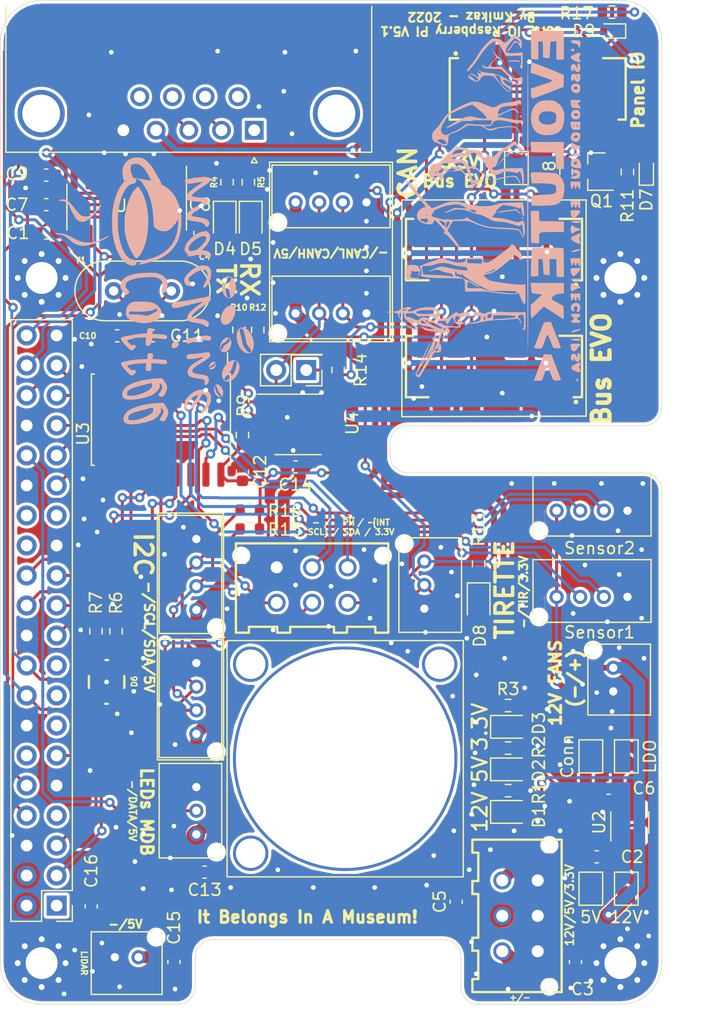
<source format=kicad_pcb>
(kicad_pcb (version 20171130) (host pcbnew "(5.1.10)-1")
  (layers (0 F.Cu signal hide) (31 B.Cu signal hide) (34 B.Paste user) (35 F.Paste user) (36 B.SilkS user) (37 F.SilkS user) (38 B.Mask user) (39 F.Mask user) (44 Edge.Cuts user))
  (net 0 "")
  (net 1 GND)
  (net 2 +3V3)
  (net 3 "Net-(C7-Pad1)")
  (net 4 +5V)
  (net 5 +12V)
  (net 6 /RX)
  (net 7 "Net-(D1-Pad1)")
  (net 8 "Net-(D2-Pad1)")
  (net 9 /TX)
  (net 10 "Net-(D3-Pad1)")
  (net 11 /TIRETTE)
  (net 12 "Net-(D5-Pad1)")
  (net 13 /LGRE)
  (net 14 /LRED)
  (net 15 /LEDS)
  (net 16 /SCL)
  (net 17 /SDA)
  (net 18 /CANH)
  (net 19 /CANL)
  (net 20 /MISO)
  (net 21 /SCK)
  (net 22 /INT)
  (net 23 /CS)
  (net 24 /MOSI)
  (net 25 /~PW_INT)
  (net 26 /~PH)
  (net 27 /~RST)
  (net 28 /~AU)
  (net 29 "Net-(BUS_EVO1-Pad4)")
  (net 30 "Net-(C1-Pad1)")
  (net 31 "Net-(C1-Pad2)")
  (net 32 "Net-(C2-Pad1)")
  (net 33 "Net-(C6-Pad1)")
  (net 34 "Net-(C7-Pad2)")
  (net 35 "Net-(C8-Pad2)")
  (net 36 "Net-(C9-Pad2)")
  (net 37 "Net-(C10-Pad1)")
  (net 38 "Net-(C11-Pad1)")
  (net 39 "Net-(D4-Pad1)")
  (net 40 "Net-(D6-Pad4)")
  (net 41 "Net-(D6-Pad3)")
  (net 42 "Net-(D7-Pad2)")
  (net 43 "Net-(D8-Pad1)")
  (net 44 "Net-(J1-Pad3)")
  (net 45 "Net-(J2-Pad2)")
  (net 46 "Net-(J2-Pad3)")
  (net 47 "Net-(J8-Pad1)")
  (net 48 /S1A)
  (net 49 /S2A)
  (net 50 /S2B)
  (net 51 /S1B)
  (net 52 "Net-(PanelIO1-Pad8)")
  (net 53 "Net-(R9-Pad2)")
  (net 54 "Net-(R10-Pad2)")
  (net 55 "Net-(R10-Pad1)")
  (net 56 "Net-(U3-Pad1)")
  (net 57 "Net-(D9-Pad2)")
  (module ComponentsEvo:Shield_Raspberry_Pi_with_18mm_Header (layer F.Cu) (at 23.5 72.5)
    (fp_text reference U5 hide)
    (fp_text value RaspberryPI)
    (pad 31 thru_hole oval (at 1.27 -13.97 180) (size 1.7 1.7) (drill 1) (layers *.Cu *.Mask) (net 25 /~PW_INT))
    (pad 2 thru_hole oval (at -1.27 24.13 180) (size 1.7 1.7) (drill 1) (layers *.Cu *.Mask) (net 4 +5V))
    (pad 21 thru_hole oval (at 1.27 -1.27 180) (size 1.7 1.7) (drill 1) (layers *.Cu *.Mask) (net 20 /MISO))
    (pad 25 thru_hole oval (at 1.27 -6.35 180) (size 1.7 1.7) (drill 1) (layers *.Cu *.Mask) (net 1 GND))
    (pad 16 thru_hole oval (at -1.27 6.35 180) (size 1.7 1.7) (drill 1) (layers *.Cu *.Mask) (net 14 /LRED))
    (pad 33 thru_hole oval (at 1.27 -16.51 180) (size 1.7 1.7) (drill 1) (layers *.Cu *.Mask) (net 48 /S1A))
    (pad 36 thru_hole oval (at -1.27 -19.05 180) (size 1.7 1.7) (drill 1) (layers *.Cu *.Mask) (net 49 /S2A))
    (pad 40 thru_hole oval (at -1.27 -24.13 180) (size 1.7 1.7) (drill 1) (layers *.Cu *.Mask) (net 57 "Net-(D9-Pad2)"))
    (pad 15 thru_hole oval (at 1.27 6.35 180) (size 1.7 1.7) (drill 1) (layers *.Cu *.Mask))
    (pad 13 thru_hole oval (at 1.27 8.89 180) (size 1.7 1.7) (drill 1) (layers *.Cu *.Mask))
    (pad 28 thru_hole oval (at -1.27 -8.89 180) (size 1.7 1.7) (drill 1) (layers *.Cu *.Mask))
    (pad 26 thru_hole oval (at -1.27 -6.35 180) (size 1.7 1.7) (drill 1) (layers *.Cu *.Mask))
    (pad 23 thru_hole oval (at 1.27 -3.81 180) (size 1.7 1.7) (drill 1) (layers *.Cu *.Mask) (net 21 /SCK))
    (pad 5 thru_hole oval (at 1.27 19.05 180) (size 1.7 1.7) (drill 1) (layers *.Cu *.Mask) (net 16 /SCL))
    (pad 7 thru_hole oval (at 1.27 16.51 180) (size 1.7 1.7) (drill 1) (layers *.Cu *.Mask))
    (pad 14 thru_hole oval (at -1.27 8.89 180) (size 1.7 1.7) (drill 1) (layers *.Cu *.Mask) (net 1 GND))
    (pad 18 thru_hole oval (at -1.27 3.81 180) (size 1.7 1.7) (drill 1) (layers *.Cu *.Mask) (net 13 /LGRE))
    (pad 8 thru_hole oval (at -1.27 16.51 180) (size 1.7 1.7) (drill 1) (layers *.Cu *.Mask) (net 9 /TX))
    (pad 1 thru_hole rect (at 1.27 24.13 180) (size 1.7 1.7) (drill 1) (layers *.Cu *.Mask))
    (pad 11 thru_hole oval (at 1.27 11.43 180) (size 1.7 1.7) (drill 1) (layers *.Cu *.Mask) (net 11 /TIRETTE))
    (pad 27 thru_hole oval (at 1.27 -8.89 180) (size 1.7 1.7) (drill 1) (layers *.Cu *.Mask))
    (pad 20 thru_hole oval (at -1.27 1.27 180) (size 1.7 1.7) (drill 1) (layers *.Cu *.Mask) (net 1 GND))
    (pad 9 thru_hole oval (at 1.27 13.97 180) (size 1.7 1.7) (drill 1) (layers *.Cu *.Mask) (net 1 GND))
    (pad 30 thru_hole oval (at -1.27 -11.43 180) (size 1.7 1.7) (drill 1) (layers *.Cu *.Mask) (net 1 GND))
    (pad 32 thru_hole oval (at -1.27 -13.97 180) (size 1.7 1.7) (drill 1) (layers *.Cu *.Mask) (net 15 /LEDS))
    (pad 3 thru_hole oval (at 1.27 21.59 180) (size 1.7 1.7) (drill 1) (layers *.Cu *.Mask) (net 17 /SDA))
    (pad 12 thru_hole oval (at -1.27 11.43 180) (size 1.7 1.7) (drill 1) (layers *.Cu *.Mask))
    (pad 29 thru_hole oval (at 1.27 -11.43 180) (size 1.7 1.7) (drill 1) (layers *.Cu *.Mask) (net 26 /~PH))
    (pad 34 thru_hole oval (at -1.27 -16.51 180) (size 1.7 1.7) (drill 1) (layers *.Cu *.Mask) (net 1 GND))
    (pad 37 thru_hole oval (at 1.27 -21.59 180) (size 1.7 1.7) (drill 1) (layers *.Cu *.Mask) (net 50 /S2B))
    (pad 6 thru_hole oval (at -1.27 19.05 180) (size 1.7 1.7) (drill 1) (layers *.Cu *.Mask) (net 1 GND))
    (pad 22 thru_hole oval (at -1.27 -1.27 180) (size 1.7 1.7) (drill 1) (layers *.Cu *.Mask) (net 22 /INT))
    (pad 38 thru_hole oval (at -1.27 -21.59 180) (size 1.7 1.7) (drill 1) (layers *.Cu *.Mask) (net 28 /~AU))
    (pad 39 thru_hole oval (at 1.27 -24.13 180) (size 1.7 1.7) (drill 1) (layers *.Cu *.Mask) (net 1 GND))
    (pad 35 thru_hole oval (at 1.27 -19.05 180) (size 1.7 1.7) (drill 1) (layers *.Cu *.Mask) (net 51 /S1B))
    (pad 24 thru_hole oval (at -1.27 -3.81 180) (size 1.7 1.7) (drill 1) (layers *.Cu *.Mask) (net 23 /CS))
    (pad 4 thru_hole oval (at -1.27 21.59 180) (size 1.7 1.7) (drill 1) (layers *.Cu *.Mask) (net 4 +5V))
    (pad 10 thru_hole oval (at -1.27 13.97 180) (size 1.7 1.7) (drill 1) (layers *.Cu *.Mask) (net 6 /RX))
    (pad 19 thru_hole oval (at 1.27 1.27 180) (size 1.7 1.7) (drill 1) (layers *.Cu *.Mask) (net 24 /MOSI))
    (pad 17 thru_hole oval (at 1.27 3.81 180) (size 1.7 1.7) (drill 1) (layers *.Cu *.Mask))
    (pad MH thru_hole circle (at 50.431891 -30.431891) (size 0.8 0.8) (drill 0.5) (layers *.Cu *.Mask) (net 1 GND))
    (pad MH thru_hole circle (at 49 -29) (size 5.4 5.4) (drill 2.7) (layers *.Cu *.Mask) (net 1 GND))
    (pad MH thru_hole circle (at 49 -26.975) (size 0.8 0.8) (drill 0.5) (layers *.Cu *.Mask) (net 1 GND))
    (pad MH thru_hole circle (at 50.431891 -27.568109) (size 0.8 0.8) (drill 0.5) (layers *.Cu *.Mask) (net 1 GND))
    (pad MH thru_hole circle (at 47.568109 -30.431891) (size 0.8 0.8) (drill 0.5) (layers *.Cu *.Mask) (net 1 GND))
    (pad MH thru_hole circle (at 46.975 -29) (size 0.8 0.8) (drill 0.5) (layers *.Cu *.Mask) (net 1 GND))
    (pad MH thru_hole circle (at 49 -31.025) (size 0.8 0.8) (drill 0.5) (layers *.Cu *.Mask) (net 1 GND))
    (pad MH thru_hole circle (at 47.568109 -27.568109) (size 0.8 0.8) (drill 0.5) (layers *.Cu *.Mask) (net 1 GND))
    (pad MH thru_hole circle (at 51.025 -29) (size 0.8 0.8) (drill 0.5) (layers *.Cu *.Mask) (net 1 GND))
    (pad MH thru_hole circle (at 47.568109 30.431891) (size 0.8 0.8) (drill 0.5) (layers *.Cu *.Mask) (net 1 GND))
    (pad MH thru_hole circle (at 47.568109 27.568109) (size 0.8 0.8) (drill 0.5) (layers *.Cu *.Mask) (net 1 GND))
    (pad MH thru_hole circle (at 49 31.025) (size 0.8 0.8) (drill 0.5) (layers *.Cu *.Mask) (net 1 GND))
    (pad MH thru_hole circle (at 49 29) (size 5.4 5.4) (drill 2.7) (layers *.Cu *.Mask) (net 1 GND))
    (pad MH thru_hole circle (at 49 26.975) (size 0.8 0.8) (drill 0.5) (layers *.Cu *.Mask) (net 1 GND))
    (pad MH thru_hole circle (at 50.431891 30.431891) (size 0.8 0.8) (drill 0.5) (layers *.Cu *.Mask) (net 1 GND))
    (pad MH thru_hole circle (at 46.975 29) (size 0.8 0.8) (drill 0.5) (layers *.Cu *.Mask) (net 1 GND))
    (pad MH thru_hole circle (at 51.025 29) (size 0.8 0.8) (drill 0.5) (layers *.Cu *.Mask) (net 1 GND))
    (pad MH thru_hole circle (at 50.431891 27.568109) (size 0.8 0.8) (drill 0.5) (layers *.Cu *.Mask) (net 1 GND))
    (pad MH thru_hole circle (at -1.431891 -27.568109) (size 0.8 0.8) (drill 0.5) (layers *.Cu *.Mask) (net 1 GND))
    (pad MH thru_hole circle (at -1.431891 -30.431891) (size 0.8 0.8) (drill 0.5) (layers *.Cu *.Mask) (net 1 GND))
    (pad MH thru_hole circle (at 0 -26.975) (size 0.8 0.8) (drill 0.5) (layers *.Cu *.Mask) (net 1 GND))
    (pad MH thru_hole circle (at 0 -29) (size 5.4 5.4) (drill 2.7) (layers *.Cu *.Mask) (net 1 GND))
    (pad MH thru_hole circle (at 0 -31.025) (size 0.8 0.8) (drill 0.5) (layers *.Cu *.Mask) (net 1 GND))
    (pad MH thru_hole circle (at 1.431891 -27.568109) (size 0.8 0.8) (drill 0.5) (layers *.Cu *.Mask) (net 1 GND))
    (pad MH thru_hole circle (at -2.025 -29) (size 0.8 0.8) (drill 0.5) (layers *.Cu *.Mask) (net 1 GND))
    (pad MH thru_hole circle (at 2.025 -29) (size 0.8 0.8) (drill 0.5) (layers *.Cu *.Mask) (net 1 GND))
    (pad MH thru_hole circle (at 1.431891 -30.431891) (size 0.8 0.8) (drill 0.5) (layers *.Cu *.Mask) (net 1 GND))
    (pad MH thru_hole circle (at -1.431891 30.431891) (size 0.8 0.8) (drill 0.5) (layers *.Cu *.Mask) (net 1 GND))
    (pad MH thru_hole circle (at -1.431891 27.568109) (size 0.8 0.8) (drill 0.5) (layers *.Cu *.Mask) (net 1 GND))
    (pad MH thru_hole circle (at 0 31.025) (size 0.8 0.8) (drill 0.5) (layers *.Cu *.Mask) (net 1 GND))
    (pad MH thru_hole circle (at 0 29) (size 5.4 5.4) (drill 2.7) (layers *.Cu *.Mask) (net 1 GND))
    (pad MH thru_hole circle (at 0 26.975) (size 0.8 0.8) (drill 0.5) (layers *.Cu *.Mask) (net 1 GND))
    (pad MH thru_hole circle (at 1.431891 30.431891) (size 0.8 0.8) (drill 0.5) (layers *.Cu *.Mask) (net 1 GND))
    (pad MH thru_hole circle (at -2.025 29) (size 0.8 0.8) (drill 0.5) (layers *.Cu *.Mask) (net 1 GND))
    (pad MH thru_hole circle (at 2.025 29) (size 0.8 0.8) (drill 0.5) (layers *.Cu *.Mask) (net 1 GND))
    (pad MH thru_hole circle (at 1.431891 27.568109) (size 0.8 0.8) (drill 0.5) (layers *.Cu *.Mask) (net 1 GND))
  )
  (module ComponentsEvo:logo_coffee (layer B.Cu) (at 33 44.6 270)
    (fp_text reference G*** hide)
    (fp_text value LOGO hide)
  )
  (module ComponentsEvo:logo-evo (layer B.Cu) (at 60.6 37.2 270)
    (fp_text reference G*** hide)
    (fp_text value LOGO hide)
  )
  (module ConnectorsEvo:B04B-PASK (layer F.Cu) (at 70.1 63.2 180)
    (fp_text reference Sensor2 (at -0.635 -3.175) (layer F.SilkS))
    (fp_text value JST4)
    (fp_text user 1 (at 4 -0.5) (layer F.SilkS) (effects (font (thickness 0.015))))
    (pad 1 thru_hole circle (at 3 0 180) (size 1.208 1.208) (drill 0.7) (layers *.Cu *.Mask) (net 2 +3V3))
    (pad 2 thru_hole circle (at 1 0 180) (size 1.208 1.208) (drill 0.7) (layers *.Cu *.Mask) (net 49 /S2A))
    (pad 3 thru_hole circle (at -1 0 180) (size 1.208 1.208) (drill 0.7) (layers *.Cu *.Mask) (net 50 /S2B))
    (pad 4 thru_hole circle (at -3 0 180) (size 1.208 1.208) (drill 0.7) (layers *.Cu *.Mask) (net 1 GND))
    (pad None np_thru_hole circle (at 4.5 -1.7 180) (size 1.1 1.1) (drill 1.1) (layers *.Cu *.Mask))
  )
  (module ComponentsEvo:20x20x10_DC_FAN (layer F.Cu) (at 49.2 84.2)
    (fp_text reference REF** hide)
    (fp_text value 20x20x10_DC_FAN)
    (pad "" np_thru_hole circle (at -8 8 90) (size 3 3) (drill 2.5) (layers *.Cu *.Mask))
    (pad "" np_thru_hole circle (at 8 -8) (size 3 3) (drill 2.5) (layers *.Cu *.Mask))
    (pad "" np_thru_hole circle (at -8 -8) (size 3 3) (drill 2.5) (layers *.Cu *.Mask))
    (pad "" np_thru_hole circle (at 0 0) (size 19 19) (drill 18.5) (layers *.Cu *.Mask))
  )
  (module Package_SO:SOIC-8_3.9x4.9mm_P1.27mm (layer F.Cu) (at 45.2 55.9)
    (fp_text reference U4 (at 4.6 -0.1 90) (layer F.SilkS))
    (fp_text value MCP2551-I-SN)
    (pad 8 smd roundrect (at 2.475 -1.905) (size 1.95 0.6) (layers F.Cu F.Paste F.Mask) (net 1 GND))
    (pad 7 smd roundrect (at 2.475 -0.635) (size 1.95 0.6) (layers F.Cu F.Paste F.Mask) (net 18 /CANH))
    (pad 6 smd roundrect (at 2.475 0.635) (size 1.95 0.6) (layers F.Cu F.Paste F.Mask) (net 19 /CANL))
    (pad 5 smd roundrect (at 2.475 1.905) (size 1.95 0.6) (layers F.Cu F.Paste F.Mask))
    (pad 4 smd roundrect (at -2.475 1.905) (size 1.95 0.6) (layers F.Cu F.Paste F.Mask) (net 55 "Net-(R10-Pad1)"))
    (pad 3 smd roundrect (at -2.475 0.635) (size 1.95 0.6) (layers F.Cu F.Paste F.Mask) (net 4 +5V))
    (pad 2 smd roundrect (at -2.475 -0.635) (size 1.95 0.6) (layers F.Cu F.Paste F.Mask) (net 1 GND))
    (pad 1 smd roundrect (at -2.475 -1.905) (size 1.95 0.6) (layers F.Cu F.Paste F.Mask) (net 56 "Net-(U3-Pad1)"))
  )
  (module ConnectorsEvo:B04B-PASK (layer F.Cu) (at 36.6 68.6 270)
    (fp_text reference J7 hide)
    (fp_text value I2C)
    (pad 1 thru_hole circle (at 3 0 270) (size 1.208 1.208) (drill 0.7) (layers *.Cu *.Mask) (net 4 +5V))
    (pad 2 thru_hole circle (at 1 0 270) (size 1.208 1.208) (drill 0.7) (layers *.Cu *.Mask) (net 17 /SDA))
    (pad 3 thru_hole circle (at -1 0 270) (size 1.208 1.208) (drill 0.7) (layers *.Cu *.Mask) (net 16 /SCL))
    (pad 4 thru_hole circle (at -3 0 270) (size 1.208 1.208) (drill 0.7) (layers *.Cu *.Mask) (net 1 GND))
    (pad None np_thru_hole circle (at 4.5 -1.7 270) (size 1.1 1.1) (drill 1.1) (layers *.Cu *.Mask))
  )
  (module ConnectorsEvo:B03B-PASK (layer F.Cu) (at 36.6 88.6 270)
    (fp_text reference J3 hide)
    (fp_text value "LED strip MDB")
    (pad 1 thru_hole circle (at 2 0 270) (size 1.208 1.208) (drill 0.7) (layers *.Cu *.Mask) (net 4 +5V))
    (pad 2 thru_hole circle (at 0 0 270) (size 1.208 1.208) (drill 0.7) (layers *.Cu *.Mask) (net 15 /LEDS))
    (pad 3 thru_hole circle (at -2 0 270) (size 1.208 1.208) (drill 0.7) (layers *.Cu *.Mask) (net 1 GND))
    (pad None np_thru_hole circle (at 3.5 -1.7 270) (size 1.1 1.1) (drill 1.1) (layers *.Cu *.Mask))
  )
  (module ConnectorsEvo:B03B-PASK (layer F.Cu) (at 55.9 69.5 90)
    (fp_text reference J6 hide)
    (fp_text value Conn_01x03_Male)
    (pad 1 thru_hole circle (at 2 0 90) (size 1.208 1.208) (drill 0.7) (layers *.Cu *.Mask) (net 2 +3V3))
    (pad 2 thru_hole circle (at 0 0 90) (size 1.208 1.208) (drill 0.7) (layers *.Cu *.Mask) (net 11 /TIRETTE))
    (pad 3 thru_hole circle (at -2 0 90) (size 1.208 1.208) (drill 0.7) (layers *.Cu *.Mask) (net 1 GND))
    (pad None np_thru_hole circle (at 3.5 -1.7 90) (size 1.1 1.1) (drill 1.1) (layers *.Cu *.Mask))
  )
  (module Resistor_SMD:R_0603_1608Metric (layer F.Cu) (at 60.5 67.7 90)
    (fp_text reference R13 (at 2.9 0 90) (layer F.SilkS))
    (fp_text value 68)
    (pad 2 smd roundrect (at 0.825 0 90) (size 0.8 0.95) (layers F.Cu F.Paste F.Mask) (net 1 GND))
    (pad 1 smd roundrect (at -0.825 0 90) (size 0.8 0.95) (layers F.Cu F.Paste F.Mask) (net 43 "Net-(D8-Pad1)"))
  )
  (module Capacitor_SMD:C_0603_1608Metric (layer F.Cu) (at 37.3 93.8)
    (fp_text reference C13 (at 0 1.5) (layer F.SilkS))
    (fp_text value 4.7uF)
    (pad 2 smd roundrect (at 0.775 0) (size 0.9 0.95) (layers F.Cu F.Paste F.Mask) (net 1 GND))
    (pad 1 smd roundrect (at -0.775 0) (size 0.9 0.95) (layers F.Cu F.Paste F.Mask) (net 4 +5V))
  )
  (module Capacitor_SMD:C_0603_1608Metric (layer F.Cu) (at 23.9 39.7)
    (fp_text reference C1 (at -2.4 0) (layer F.SilkS))
    (fp_text value 100nF)
    (pad 2 smd roundrect (at 0.775 0) (size 0.9 0.95) (layers F.Cu F.Paste F.Mask) (net 31 "Net-(C1-Pad2)"))
    (pad 1 smd roundrect (at -0.775 0) (size 0.9 0.95) (layers F.Cu F.Paste F.Mask) (net 30 "Net-(C1-Pad1)"))
  )
  (module Capacitor_SMD:C_0603_1608Metric (layer F.Cu) (at 36.9 39.7 270)
    (fp_text reference C4 (at 2 -0.4 180) (layer F.SilkS) (effects (font (size 0.5 0.5) (thickness 0.125))))
    (fp_text value 100nF)
    (pad 2 smd roundrect (at 0.775 0 270) (size 0.9 0.95) (layers F.Cu F.Paste F.Mask) (net 2 +3V3))
    (pad 1 smd roundrect (at -0.775 0 270) (size 0.9 0.95) (layers F.Cu F.Paste F.Mask) (net 1 GND))
  )
  (module Capacitor_SMD:C_0603_1608Metric (layer F.Cu) (at 23.9 37.3)
    (fp_text reference C7 (at -2.5 0) (layer F.SilkS))
    (fp_text value 100nF)
    (pad 2 smd roundrect (at 0.775 0) (size 0.9 0.95) (layers F.Cu F.Paste F.Mask) (net 34 "Net-(C7-Pad2)"))
    (pad 1 smd roundrect (at -0.775 0) (size 0.9 0.95) (layers F.Cu F.Paste F.Mask) (net 3 "Net-(C7-Pad1)"))
  )
  (module Capacitor_SMD:C_0603_1608Metric (layer F.Cu) (at 36.9 35.2 90)
    (fp_text reference C8 (at -2.1 0 180) (layer F.SilkS))
    (fp_text value 100nF)
    (pad 2 smd roundrect (at 0.775 0 90) (size 0.9 0.95) (layers F.Cu F.Paste F.Mask) (net 35 "Net-(C8-Pad2)"))
    (pad 1 smd roundrect (at -0.775 0 90) (size 0.9 0.95) (layers F.Cu F.Paste F.Mask) (net 1 GND))
  )
  (module Capacitor_SMD:C_0603_1608Metric (layer F.Cu) (at 23.9 34.8)
    (fp_text reference C9 (at -2.5 -0.1) (layer F.SilkS))
    (fp_text value 100nF)
    (pad 2 smd roundrect (at 0.775 0) (size 0.9 0.95) (layers F.Cu F.Paste F.Mask) (net 36 "Net-(C9-Pad2)"))
    (pad 1 smd roundrect (at -0.775 0) (size 0.9 0.95) (layers F.Cu F.Paste F.Mask) (net 1 GND))
  )
  (module Capacitor_SMD:C_0603_1608Metric (layer F.Cu) (at 29.9 48.4 180)
    (fp_text reference C10 (at 2.5 0 180) (layer F.SilkS) (effects (font (size 0.5 0.5) (thickness 0.125))))
    (fp_text value 22pF)
    (pad 2 smd roundrect (at 0.775 0 180) (size 0.9 0.95) (layers F.Cu F.Paste F.Mask) (net 1 GND))
    (pad 1 smd roundrect (at -0.775 0 180) (size 0.9 0.95) (layers F.Cu F.Paste F.Mask) (net 37 "Net-(C10-Pad1)"))
  )
  (module Capacitor_SMD:C_0603_1608Metric (layer F.Cu) (at 32.9 48.4)
    (fp_text reference C11 (at 2.9 0 180) (layer F.SilkS))
    (fp_text value 22pF)
    (pad 2 smd roundrect (at 0.775 0) (size 0.9 0.95) (layers F.Cu F.Paste F.Mask) (net 1 GND))
    (pad 1 smd roundrect (at -0.775 0) (size 0.9 0.95) (layers F.Cu F.Paste F.Mask) (net 38 "Net-(C11-Pad1)"))
  )
  (module Capacitor_SMD:C_0603_1608Metric (layer F.Cu) (at 45 59.5)
    (fp_text reference C14 (at 0 1.5) (layer F.SilkS))
    (fp_text value 100nF)
    (pad 2 smd roundrect (at 0.775 0) (size 0.9 0.95) (layers F.Cu F.Paste F.Mask) (net 4 +5V))
    (pad 1 smd roundrect (at -0.775 0) (size 0.9 0.95) (layers F.Cu F.Paste F.Mask) (net 1 GND))
  )
  (module Capacitor_SMD:C_0603_1608Metric (layer F.Cu) (at 40.5 59.9 90)
    (fp_text reference C12 (at 0 1.5 270) (layer F.SilkS))
    (fp_text value 100nF)
    (pad 2 smd roundrect (at 0.775 0 90) (size 0.9 0.95) (layers F.Cu F.Paste F.Mask) (net 1 GND))
    (pad 1 smd roundrect (at -0.775 0 90) (size 0.9 0.95) (layers F.Cu F.Paste F.Mask) (net 2 +3V3))
  )
  (module Capacitor_SMD:C_0603_1608Metric (layer F.Cu) (at 27.7 96.7 90)
    (fp_text reference C16 (at 3 0 270) (layer F.SilkS))
    (fp_text value 4.7uF)
    (pad 2 smd roundrect (at 0.775 0 90) (size 0.9 0.95) (layers F.Cu F.Paste F.Mask) (net 1 GND))
    (pad 1 smd roundrect (at -0.775 0 90) (size 0.9 0.95) (layers F.Cu F.Paste F.Mask) (net 4 +5V))
  )
  (module LED_SMD:LED_0805_2012Metric (layer F.Cu) (at 41.2 38.7 270)
    (fp_text reference D5 (at 2.35 0 180) (layer F.SilkS))
    (fp_text value YELLOW)
    (pad 2 smd roundrect (at 0.9375 0 270) (size 0.975 1.4) (layers F.Cu F.Paste F.Mask) (net 6 /RX))
    (pad 1 smd roundrect (at -0.9375 0 270) (size 0.975 1.4) (layers F.Cu F.Paste F.Mask) (net 12 "Net-(D5-Pad1)"))
  )
  (module LED_SMD:LED_0805_2012Metric (layer F.Cu) (at 39 38.7 270)
    (fp_text reference D4 (at 2.35 0 180) (layer F.SilkS))
    (fp_text value YELLOW)
    (pad 2 smd roundrect (at 0.9375 0 270) (size 0.975 1.4) (layers F.Cu F.Paste F.Mask) (net 9 /TX))
    (pad 1 smd roundrect (at -0.9375 0 270) (size 0.975 1.4) (layers F.Cu F.Paste F.Mask) (net 39 "Net-(D4-Pad1)"))
  )
  (module LED_SMD:LED_0805_2012Metric (layer F.Cu) (at 60.5 71 270)
    (fp_text reference D8 (at 2.8 -0.1 90) (layer F.SilkS))
    (fp_text value GREEN)
    (pad 2 smd roundrect (at 0.9375 0 270) (size 0.975 1.4) (layers F.Cu F.Paste F.Mask) (net 11 /TIRETTE))
    (pad 1 smd roundrect (at -0.9375 0 270) (size 0.975 1.4) (layers F.Cu F.Paste F.Mask) (net 43 "Net-(D8-Pad1)"))
  )
  (module LED_SMD:LED_0805_2012Metric (layer F.Cu) (at 63.2 88.7)
    (fp_text reference D1 (at 2.4 0.4 270) (layer F.SilkS))
    (fp_text value RED)
    (pad 2 smd roundrect (at 0.9375 0) (size 0.975 1.4) (layers F.Cu F.Paste F.Mask) (net 5 +12V))
    (pad 1 smd roundrect (at -0.9375 0) (size 0.975 1.4) (layers F.Cu F.Paste F.Mask) (net 7 "Net-(D1-Pad1)"))
  )
  (module LED_SMD:LED_0805_2012Metric (layer F.Cu) (at 63.2 85.1)
    (fp_text reference D2 (at 2.4 0.1 90) (layer F.SilkS))
    (fp_text value RED)
    (pad 2 smd roundrect (at 0.9375 0) (size 0.975 1.4) (layers F.Cu F.Paste F.Mask) (net 4 +5V))
    (pad 1 smd roundrect (at -0.9375 0) (size 0.975 1.4) (layers F.Cu F.Paste F.Mask) (net 8 "Net-(D2-Pad1)"))
  )
  (module ConnectorsEvo:B02B-PASK (layer F.Cu) (at 71.9 77.5 90)
    (fp_text reference J12 hide)
    (fp_text value FAN)
    (pad 1 thru_hole circle (at 1 0 90) (size 1.208 1.208) (drill 0.7) (layers *.Cu *.Mask B.Adhes) (net 5 +12V))
    (pad 2 thru_hole circle (at -1 0 90) (size 1.208 1.208) (drill 0.7) (layers *.Cu *.Mask) (net 1 GND))
    (pad None np_thru_hole circle (at 2.5 -1.7 90) (size 1.1 1.1) (drill 1.1) (layers *.Cu *.Mask))
  )
  (module Connector_Dsub:DSUB-9_Male_Horizontal_P2.77x2.84mm_EdgePinOffset7.70mm_Housed_MountingHolesOffset9.12mm (layer F.Cu) (at 41.5 31 180)
    (fp_text reference J2 hide)
    (fp_text value Conn_01x09_Female)
    (pad 0 thru_hole circle (at 18.04 1.42 180) (size 4 4) (drill 3.2) (layers *.Cu *.Mask))
    (pad 0 thru_hole circle (at -6.96 1.42 180) (size 4 4) (drill 3.2) (layers *.Cu *.Mask))
    (pad 9 thru_hole circle (at 9.695 2.84 180) (size 1.6 1.6) (drill 1) (layers *.Cu *.Mask))
    (pad 8 thru_hole circle (at 6.925 2.84 180) (size 1.6 1.6) (drill 1) (layers *.Cu *.Mask))
    (pad 7 thru_hole circle (at 4.155 2.84 180) (size 1.6 1.6) (drill 1) (layers *.Cu *.Mask))
    (pad 6 thru_hole circle (at 1.385 2.84 180) (size 1.6 1.6) (drill 1) (layers *.Cu *.Mask))
    (pad 5 thru_hole circle (at 11.08 0 180) (size 1.6 1.6) (drill 1) (layers *.Cu *.Mask) (net 1 GND))
    (pad 4 thru_hole circle (at 8.31 0 180) (size 1.6 1.6) (drill 1) (layers *.Cu *.Mask) (net 5 +12V))
    (pad 3 thru_hole circle (at 5.54 0 180) (size 1.6 1.6) (drill 1) (layers *.Cu *.Mask) (net 46 "Net-(J2-Pad3)"))
    (pad 2 thru_hole circle (at 2.77 0 180) (size 1.6 1.6) (drill 1) (layers *.Cu *.Mask) (net 45 "Net-(J2-Pad2)"))
    (pad 1 thru_hole rect (at 0 0 180) (size 1.6 1.6) (drill 1) (layers *.Cu *.Mask))
  )
  (module ConnectorsEvo:B04B-PASK (layer F.Cu) (at 36.6 79.1 270)
    (fp_text reference J10 hide)
    (fp_text value I2C)
    (pad 1 thru_hole circle (at 3 0 270) (size 1.208 1.208) (drill 0.7) (layers *.Cu *.Mask) (net 4 +5V))
    (pad 2 thru_hole circle (at 1 0 270) (size 1.208 1.208) (drill 0.7) (layers *.Cu *.Mask) (net 17 /SDA))
    (pad 3 thru_hole circle (at -1 0 270) (size 1.208 1.208) (drill 0.7) (layers *.Cu *.Mask) (net 16 /SCL))
    (pad 4 thru_hole circle (at -3 0 270) (size 1.208 1.208) (drill 0.7) (layers *.Cu *.Mask) (net 1 GND))
    (pad None np_thru_hole circle (at 4.5 -1.7 270) (size 1.1 1.1) (drill 1.1) (layers *.Cu *.Mask))
  )
  (module ConnectorsEvo:B04B-PASK (layer F.Cu) (at 48 37.1 180)
    (fp_text reference J4 hide)
    (fp_text value Conn_01x04_Male)
    (pad 1 thru_hole circle (at 3 0 180) (size 1.208 1.208) (drill 0.7) (layers *.Cu *.Mask) (net 4 +5V))
    (pad 2 thru_hole circle (at 1 0 180) (size 1.208 1.208) (drill 0.7) (layers *.Cu *.Mask) (net 18 /CANH))
    (pad 3 thru_hole circle (at -1 0 180) (size 1.208 1.208) (drill 0.7) (layers *.Cu *.Mask) (net 19 /CANL))
    (pad 4 thru_hole circle (at -3 0 180) (size 1.208 1.208) (drill 0.7) (layers *.Cu *.Mask) (net 1 GND))
    (pad None np_thru_hole circle (at 4.5 -1.7 180) (size 1.1 1.1) (drill 1.1) (layers *.Cu *.Mask))
  )
  (module ConnectorsEvo:B04B-PASK (layer F.Cu) (at 48 46.5 180)
    (fp_text reference J5 hide)
    (fp_text value Conn_01x04_Male)
    (pad 1 thru_hole circle (at 3 0 180) (size 1.208 1.208) (drill 0.7) (layers *.Cu *.Mask) (net 4 +5V))
    (pad 2 thru_hole circle (at 1 0 180) (size 1.208 1.208) (drill 0.7) (layers *.Cu *.Mask) (net 18 /CANH))
    (pad 3 thru_hole circle (at -1 0 180) (size 1.208 1.208) (drill 0.7) (layers *.Cu *.Mask) (net 19 /CANL))
    (pad 4 thru_hole circle (at -3 0 180) (size 1.208 1.208) (drill 0.7) (layers *.Cu *.Mask) (net 1 GND))
    (pad None np_thru_hole circle (at 4.5 -1.7 180) (size 1.1 1.1) (drill 1.1) (layers *.Cu *.Mask))
  )
  (module Resistor_SMD:R_0603_1608Metric (layer F.Cu) (at 41 35.4 90)
    (fp_text reference R5 (at 0 1.1 270) (layer F.SilkS) (effects (font (size 0.5 0.5) (thickness 0.125))))
    (fp_text value 68)
    (pad 2 smd roundrect (at 0.825 0 90) (size 0.8 0.95) (layers F.Cu F.Paste F.Mask) (net 1 GND))
    (pad 1 smd roundrect (at -0.825 0 90) (size 0.8 0.95) (layers F.Cu F.Paste F.Mask) (net 12 "Net-(D5-Pad1)"))
  )
  (module Resistor_SMD:R_0603_1608Metric (layer F.Cu) (at 39.2 35.4 90)
    (fp_text reference R4 (at 0 -1.1 90) (layer F.SilkS) (effects (font (size 0.5 0.5) (thickness 0.125))))
    (fp_text value 68)
    (pad 2 smd roundrect (at 0.825 0 90) (size 0.8 0.95) (layers F.Cu F.Paste F.Mask) (net 1 GND))
    (pad 1 smd roundrect (at -0.825 0 90) (size 0.8 0.95) (layers F.Cu F.Paste F.Mask) (net 39 "Net-(D4-Pad1)"))
  )
  (module Resistor_SMD:R_0603_1608Metric (layer F.Cu) (at 63 86.9)
    (fp_text reference R1 (at 2.6 0.2 270) (layer F.SilkS))
    (fp_text value 510)
    (pad 2 smd roundrect (at 0.825 0) (size 0.8 0.95) (layers F.Cu F.Paste F.Mask) (net 1 GND))
    (pad 1 smd roundrect (at -0.825 0) (size 0.8 0.95) (layers F.Cu F.Paste F.Mask) (net 7 "Net-(D1-Pad1)"))
  )
  (module Resistor_SMD:R_0603_1608Metric (layer F.Cu) (at 63 83.3)
    (fp_text reference R2 (at 2.6 -0.1 90) (layer F.SilkS))
    (fp_text value 150)
    (pad 2 smd roundrect (at 0.825 0) (size 0.8 0.95) (layers F.Cu F.Paste F.Mask) (net 1 GND))
    (pad 1 smd roundrect (at -0.825 0) (size 0.8 0.95) (layers F.Cu F.Paste F.Mask) (net 8 "Net-(D2-Pad1)"))
  )
  (module Resistor_SMD:R_0603_1608Metric (layer F.Cu) (at 29.8 73.4 90)
    (fp_text reference R6 (at 2.4 0 90) (layer F.SilkS))
    (fp_text value 100)
    (pad 2 smd roundrect (at 0.825 0 90) (size 0.8 0.95) (layers F.Cu F.Paste F.Mask) (net 1 GND))
    (pad 1 smd roundrect (at -0.825 0 90) (size 0.8 0.95) (layers F.Cu F.Paste F.Mask) (net 41 "Net-(D6-Pad3)"))
  )
  (module Resistor_SMD:R_0603_1608Metric (layer F.Cu) (at 28.1 73.4 90)
    (fp_text reference R7 (at 2.4 0 90) (layer F.SilkS))
    (fp_text value 100)
    (pad 2 smd roundrect (at 0.825 0 90) (size 0.8 0.95) (layers F.Cu F.Paste F.Mask) (net 1 GND))
    (pad 1 smd roundrect (at -0.825 0 90) (size 0.8 0.95) (layers F.Cu F.Paste F.Mask) (net 40 "Net-(D6-Pad4)"))
  )
  (module Resistor_SMD:R_0603_1608Metric (layer F.Cu) (at 40.5 56.8 90)
    (fp_text reference R9 (at 2.5 0.1 270) (layer F.SilkS))
    (fp_text value 4.7k)
    (pad 2 smd roundrect (at 0.825 0 90) (size 0.8 0.95) (layers F.Cu F.Paste F.Mask) (net 53 "Net-(R9-Pad2)"))
    (pad 1 smd roundrect (at -0.825 0 90) (size 0.8 0.95) (layers F.Cu F.Paste F.Mask) (net 2 +3V3))
  )
  (module Resistor_SMD:R_0603_1608Metric (layer F.Cu) (at 40.2 47.9 90)
    (fp_text reference R10 (at 1.9 0 180) (layer F.SilkS) (effects (font (size 0.5 0.5) (thickness 0.125))))
    (fp_text value 10k)
    (pad 2 smd roundrect (at 0.825 0 90) (size 0.8 0.95) (layers F.Cu F.Paste F.Mask) (net 54 "Net-(R10-Pad2)"))
    (pad 1 smd roundrect (at -0.825 0 90) (size 0.8 0.95) (layers F.Cu F.Paste F.Mask) (net 55 "Net-(R10-Pad1)"))
  )
  (module Resistor_SMD:R_0603_1608Metric (layer F.Cu) (at 41.8 47.9 90)
    (fp_text reference R12 (at 1.9 0) (layer F.SilkS) (effects (font (size 0.5 0.5) (thickness 0.125))))
    (fp_text value 22k)
    (pad 2 smd roundrect (at 0.825 0 90) (size 0.8 0.95) (layers F.Cu F.Paste F.Mask) (net 1 GND))
    (pad 1 smd roundrect (at -0.825 0 90) (size 0.8 0.95) (layers F.Cu F.Paste F.Mask) (net 55 "Net-(R10-Pad1)"))
  )
  (module Resistor_SMD:R_0603_1608Metric (layer F.Cu) (at 48.6 51.3 270)
    (fp_text reference R14 (at 0 -1.9 90) (layer F.SilkS))
    (fp_text value 120)
    (pad 2 smd roundrect (at 0.825 0 270) (size 0.8 0.95) (layers F.Cu F.Paste F.Mask) (net 19 /CANL))
    (pad 1 smd roundrect (at -0.825 0 270) (size 0.8 0.95) (layers F.Cu F.Paste F.Mask) (net 47 "Net-(J8-Pad1)"))
  )
  (module Package_SO:SOIC-16_3.9x9.9mm_P1.27mm (layer F.Cu) (at 30.7 37.5 270)
    (fp_text reference U1 (at -0.1 0 180) (layer F.SilkS))
    (fp_text value MAX3232)
    (pad 1 smd roundrect (at -2.475 -4.445 270) (size 1.95 0.6) (layers F.Cu F.Paste F.Mask) (net 31 "Net-(C1-Pad2)"))
    (pad 2 smd roundrect (at -2.475 -3.175 270) (size 1.95 0.6) (layers F.Cu F.Paste F.Mask) (net 35 "Net-(C8-Pad2)"))
    (pad 3 smd roundrect (at -2.475 -1.905 270) (size 1.95 0.6) (layers F.Cu F.Paste F.Mask) (net 30 "Net-(C1-Pad1)"))
    (pad 4 smd roundrect (at -2.475 -0.635 270) (size 1.95 0.6) (layers F.Cu F.Paste F.Mask) (net 34 "Net-(C7-Pad2)"))
    (pad 5 smd roundrect (at -2.475 0.635 270) (size 1.95 0.6) (layers F.Cu F.Paste F.Mask) (net 3 "Net-(C7-Pad1)"))
    (pad 6 smd roundrect (at -2.475 1.905 270) (size 1.95 0.6) (layers F.Cu F.Paste F.Mask) (net 36 "Net-(C9-Pad2)"))
    (pad 7 smd roundrect (at -2.475 3.175 270) (size 1.95 0.6) (layers F.Cu F.Paste F.Mask) (net 46 "Net-(J2-Pad3)"))
    (pad 8 smd roundrect (at -2.475 4.445 270) (size 1.95 0.6) (layers F.Cu F.Paste F.Mask) (net 45 "Net-(J2-Pad2)"))
    (pad 9 smd roundrect (at 2.475 4.445 270) (size 1.95 0.6) (layers F.Cu F.Paste F.Mask) (net 6 /RX))
    (pad 10 smd roundrect (at 2.475 3.175 270) (size 1.95 0.6) (layers F.Cu F.Paste F.Mask) (net 9 /TX))
    (pad 11 smd roundrect (at 2.475 1.905 270) (size 1.95 0.6) (layers F.Cu F.Paste F.Mask))
    (pad 12 smd roundrect (at 2.475 0.635 270) (size 1.95 0.6) (layers F.Cu F.Paste F.Mask))
    (pad 13 smd roundrect (at 2.475 -0.635 270) (size 1.95 0.6) (layers F.Cu F.Paste F.Mask))
    (pad 14 smd roundrect (at 2.475 -1.905 270) (size 1.95 0.6) (layers F.Cu F.Paste F.Mask))
    (pad 15 smd roundrect (at 2.475 -3.175 270) (size 1.95 0.6) (layers F.Cu F.Paste F.Mask) (net 1 GND))
    (pad 16 smd roundrect (at 2.475 -4.445 270) (size 1.95 0.6) (layers F.Cu F.Paste F.Mask) (net 2 +3V3))
  )
  (module Package_SO:SOIC-18W_7.5x11.6mm_P1.27mm (layer F.Cu) (at 33.6 55.5 270)
    (fp_text reference U3 (at 1.2 6.6 90) (layer F.SilkS))
    (fp_text value MCP2515-xSO)
    (pad 18 smd roundrect (at 4.65 -5.08 270) (size 2.05 0.6) (layers F.Cu F.Paste F.Mask) (net 2 +3V3))
    (pad 17 smd roundrect (at 4.65 -3.81 270) (size 2.05 0.6) (layers F.Cu F.Paste F.Mask) (net 53 "Net-(R9-Pad2)"))
    (pad 16 smd roundrect (at 4.65 -2.54 270) (size 2.05 0.6) (layers F.Cu F.Paste F.Mask) (net 23 /CS))
    (pad 15 smd roundrect (at 4.65 -1.27 270) (size 2.05 0.6) (layers F.Cu F.Paste F.Mask) (net 20 /MISO))
    (pad 14 smd roundrect (at 4.65 0 270) (size 2.05 0.6) (layers F.Cu F.Paste F.Mask) (net 24 /MOSI))
    (pad 13 smd roundrect (at 4.65 1.27 270) (size 2.05 0.6) (layers F.Cu F.Paste F.Mask) (net 21 /SCK))
    (pad 12 smd roundrect (at 4.65 2.54 270) (size 2.05 0.6) (layers F.Cu F.Paste F.Mask) (net 22 /INT))
    (pad 11 smd roundrect (at 4.65 3.81 270) (size 2.05 0.6) (layers F.Cu F.Paste F.Mask))
    (pad 10 smd roundrect (at 4.65 5.08 270) (size 2.05 0.6) (layers F.Cu F.Paste F.Mask))
    (pad 9 smd roundrect (at -4.65 5.08 270) (size 2.05 0.6) (layers F.Cu F.Paste F.Mask) (net 1 GND))
    (pad 8 smd roundrect (at -4.65 3.81 270) (size 2.05 0.6) (layers F.Cu F.Paste F.Mask) (net 37 "Net-(C10-Pad1)"))
    (pad 7 smd roundrect (at -4.65 2.54 270) (size 2.05 0.6) (layers F.Cu F.Paste F.Mask) (net 38 "Net-(C11-Pad1)"))
    (pad 6 smd roundrect (at -4.65 1.27 270) (size 2.05 0.6) (layers F.Cu F.Paste F.Mask))
    (pad 5 smd roundrect (at -4.65 0 270) (size 2.05 0.6) (layers F.Cu F.Paste F.Mask))
    (pad 4 smd roundrect (at -4.65 -1.27 270) (size 2.05 0.6) (layers F.Cu F.Paste F.Mask))
    (pad 3 smd roundrect (at -4.65 -2.54 270) (size 2.05 0.6) (layers F.Cu F.Paste F.Mask))
    (pad 2 smd roundrect (at -4.65 -3.81 270) (size 2.05 0.6) (layers F.Cu F.Paste F.Mask) (net 54 "Net-(R10-Pad2)"))
    (pad 1 smd roundrect (at -4.65 -5.08 270) (size 2.05 0.6) (layers F.Cu F.Paste F.Mask) (net 56 "Net-(U3-Pad1)"))
  )
  (module Crystal:Crystal_HC49-4H_Vertical (layer F.Cu) (at 29.6 44.6)
    (fp_text reference Y1 (at -2.8 -2.6) (layer F.SilkS) (effects (font (size 0.5 0.5) (thickness 0.125))))
    (fp_text value 16MHz)
    (pad 2 thru_hole circle (at 4.88 0) (size 1.5 1.5) (drill 0.8) (layers *.Cu *.Mask) (net 38 "Net-(C11-Pad1)"))
    (pad 1 thru_hole circle (at 0 0) (size 1.5 1.5) (drill 0.8) (layers *.Cu *.Mask) (net 37 "Net-(C10-Pad1)"))
  )
  (module Capacitor_SMD:C_0603_1608Metric (layer F.Cu) (at 58.6 96.3 90)
    (fp_text reference C5 (at 0 -1.4 270) (layer F.SilkS))
    (fp_text value 4.7uF)
    (pad 2 smd roundrect (at 0.775 0 90) (size 0.9 0.95) (layers F.Cu F.Paste F.Mask) (net 1 GND))
    (pad 1 smd roundrect (at -0.775 0 90) (size 0.9 0.95) (layers F.Cu F.Paste F.Mask) (net 4 +5V))
  )
  (module Capacitor_SMD:C_0603_1608Metric (layer F.Cu) (at 68.7 101.4 270)
    (fp_text reference C3 (at 2.3 -0.6) (layer F.SilkS))
    (fp_text value 4.7uF)
    (pad 2 smd roundrect (at 0.775 0 270) (size 0.9 0.95) (layers F.Cu F.Paste F.Mask) (net 1 GND))
    (pad 1 smd roundrect (at -0.775 0 270) (size 0.9 0.95) (layers F.Cu F.Paste F.Mask) (net 5 +12V))
  )
  (module Resistor_SMD:R_0603_1608Metric (layer F.Cu) (at 41.125 64.75)
    (fp_text reference R15 (at 2.975 0.05) (layer F.SilkS))
    (fp_text value 4.7k)
    (pad 2 smd roundrect (at 0.825 0) (size 0.8 0.95) (layers F.Cu F.Paste F.Mask) (net 2 +3V3))
    (pad 1 smd roundrect (at -0.825 0) (size 0.8 0.95) (layers F.Cu F.Paste F.Mask) (net 17 /SDA))
  )
  (module Resistor_SMD:R_0603_1608Metric (layer F.Cu) (at 41.125 63.15)
    (fp_text reference R16 (at 2.975 0.05) (layer F.SilkS))
    (fp_text value 4.7k)
    (pad 2 smd roundrect (at 0.825 0) (size 0.8 0.95) (layers F.Cu F.Paste F.Mask) (net 2 +3V3))
    (pad 1 smd roundrect (at -0.825 0) (size 0.8 0.95) (layers F.Cu F.Paste F.Mask) (net 16 /SCL))
  )
  (module ConnectorsEvo:66200621122 (layer F.Cu) (at 64 97.5 270)
    (fp_text reference J1 hide)
    (fp_text value Conn_01x06_Male)
    (pad 1 thru_hole circle (at 3 1.5 270) (size 1.53 1.53) (drill 1.02) (layers *.Cu *.Mask) (net 5 +12V))
    (pad 4 thru_hole circle (at 3 -1.5 270) (size 1.53 1.53) (drill 1.02) (layers *.Cu *.Mask) (net 1 GND))
    (pad 2 thru_hole circle (at 0 1.5 270) (size 1.53 1.53) (drill 1.02) (layers *.Cu *.Mask) (net 4 +5V))
    (pad 5 thru_hole circle (at 0 -1.5 270) (size 1.53 1.53) (drill 1.02) (layers *.Cu *.Mask) (net 1 GND))
    (pad 3 thru_hole circle (at -3 1.5 270) (size 1.53 1.53) (drill 1.02) (layers *.Cu *.Mask) (net 44 "Net-(J1-Pad3)"))
    (pad 6 thru_hole circle (at -3 -1.5 270) (size 1.53 1.53) (drill 1.02) (layers *.Cu *.Mask) (net 1 GND))
    (pad None np_thru_hole circle (at -6 -2.49 270) (size 1.02 1.02) (drill 1.02) (layers *.Cu *.Mask))
    (pad None np_thru_hole circle (at 6 -2.49 270) (size 1.02 1.02) (drill 1.02) (layers *.Cu *.Mask))
  )
  (module Capacitor_SMD:C_0603_1608Metric (layer F.Cu) (at 70.5 92.5 180)
    (fp_text reference C2 (at -3 0 180) (layer F.SilkS))
    (fp_text value 1uF)
    (pad 2 smd roundrect (at 0.775 0 180) (size 0.9 0.95) (layers F.Cu F.Paste F.Mask) (net 1 GND))
    (pad 1 smd roundrect (at -0.775 0 180) (size 0.9 0.95) (layers F.Cu F.Paste F.Mask) (net 32 "Net-(C2-Pad1)"))
  )
  (module Capacitor_SMD:C_0603_1608Metric (layer F.Cu) (at 71.5 86.7 180)
    (fp_text reference C6 (at -3 0) (layer F.SilkS))
    (fp_text value 1uF)
    (pad 2 smd roundrect (at 0.775 0 180) (size 0.9 0.95) (layers F.Cu F.Paste F.Mask) (net 1 GND))
    (pad 1 smd roundrect (at -0.775 0 180) (size 0.9 0.95) (layers F.Cu F.Paste F.Mask) (net 33 "Net-(C6-Pad1)"))
  )
  (module Jumper:SolderJumper-2_P1.3mm_Open_TrianglePad1.0x1.5mm (layer F.Cu) (at 70 95.2 90)
    (fp_text reference JP1 hide)
    (fp_text value SolderJumper_2_Open)
    (pad 1 smd custom (at -0.725 0 90) (size 0.3 0.3) (layers F.Cu F.Mask) (net 4 +5V) (options (clearance outline) (anchor rect)) (primitives (gr_poly (pts (xy -0.5 -0.75) (xy 0.5 -0.75) (xy 1 0) (xy 0.5 0.75) (xy -0.5 0.75)) (width 0))))
    (pad 2 smd custom (at 0.725 0 90) (size 0.3 0.3) (layers F.Cu F.Mask) (net 32 "Net-(C2-Pad1)") (options (clearance outline) (anchor rect)) (primitives (gr_poly (pts (xy -0.65 -0.75) (xy 0.5 -0.75) (xy 0.5 0.75) (xy -0.65 0.75) (xy -0.15 0)) (width 0))))
  )
  (module Jumper:SolderJumper-2_P1.3mm_Open_TrianglePad1.0x1.5mm (layer F.Cu) (at 73 95.2 90)
    (fp_text reference JP3 hide)
    (fp_text value SolderJumper_2_Open)
    (pad 1 smd custom (at -0.725 0 90) (size 0.3 0.3) (layers F.Cu F.Mask) (net 5 +12V) (options (clearance outline) (anchor rect)) (primitives (gr_poly (pts (xy -0.5 -0.75) (xy 0.5 -0.75) (xy 1 0) (xy 0.5 0.75) (xy -0.5 0.75)) (width 0))))
    (pad 2 smd custom (at 0.725 0 90) (size 0.3 0.3) (layers F.Cu F.Mask) (net 32 "Net-(C2-Pad1)") (options (clearance outline) (anchor rect)) (primitives (gr_poly (pts (xy -0.65 -0.75) (xy 0.5 -0.75) (xy 0.5 0.75) (xy -0.65 0.75) (xy -0.15 0)) (width 0))))
  )
  (module Jumper:SolderJumper-2_P1.3mm_Open_TrianglePad1.0x1.5mm (layer F.Cu) (at 73 84 90)
    (fp_text reference JP4 hide)
    (fp_text value SolderJumper_2_Open)
    (pad 1 smd custom (at -0.725 0 90) (size 0.3 0.3) (layers F.Cu F.Mask) (net 33 "Net-(C6-Pad1)") (options (clearance outline) (anchor rect)) (primitives (gr_poly (pts (xy -0.5 -0.75) (xy 0.5 -0.75) (xy 1 0) (xy 0.5 0.75) (xy -0.5 0.75)) (width 0))))
    (pad 2 smd custom (at 0.725 0 90) (size 0.3 0.3) (layers F.Cu F.Mask) (net 2 +3V3) (options (clearance outline) (anchor rect)) (primitives (gr_poly (pts (xy -0.65 -0.75) (xy 0.5 -0.75) (xy 0.5 0.75) (xy -0.65 0.75) (xy -0.15 0)) (width 0))))
  )
  (module Package_TO_SOT_SMD:SOT-23-5 (layer F.Cu) (at 73.3 89.6 90)
    (fp_text reference U2 (at 0 -2.6 90) (layer F.SilkS))
    (fp_text value NCP718xSN330)
    (pad 5 smd rect (at 1.1 -0.95 90) (size 1.06 0.65) (layers F.Cu F.Paste F.Mask) (net 33 "Net-(C6-Pad1)"))
    (pad 4 smd rect (at 1.1 0.95 90) (size 1.06 0.65) (layers F.Cu F.Paste F.Mask))
    (pad 3 smd rect (at -1.1 0.95 90) (size 1.06 0.65) (layers F.Cu F.Paste F.Mask) (net 32 "Net-(C2-Pad1)"))
    (pad 2 smd rect (at -1.1 0 90) (size 1.06 0.65) (layers F.Cu F.Paste F.Mask) (net 1 GND))
    (pad 1 smd rect (at -1.1 -0.95 90) (size 1.06 0.65) (layers F.Cu F.Paste F.Mask) (net 32 "Net-(C2-Pad1)"))
  )
  (module Capacitor_SMD:C_0603_1608Metric (layer F.Cu) (at 34.7 101.4 270)
    (fp_text reference C15 (at -2.9 0 90) (layer F.SilkS))
    (fp_text value 4.7uF)
    (pad 2 smd roundrect (at 0.775 0 270) (size 0.9 0.95) (layers F.Cu F.Paste F.Mask) (net 1 GND))
    (pad 1 smd roundrect (at -0.775 0 270) (size 0.9 0.95) (layers F.Cu F.Paste F.Mask) (net 4 +5V))
  )
  (module ConnectorsEvo:B02B-PASK (layer F.Cu) (at 30.7 101)
    (fp_text reference J9 hide)
    (fp_text value "LIDAR Power")
    (pad 1 thru_hole circle (at 1 0) (size 1.208 1.208) (drill 0.7) (layers *.Cu *.Mask B.Adhes) (net 4 +5V))
    (pad 2 thru_hole circle (at -1 0) (size 1.208 1.208) (drill 0.7) (layers *.Cu *.Mask) (net 1 GND))
    (pad None np_thru_hole circle (at 2.5 -1.7) (size 1.1 1.1) (drill 1.1) (layers *.Cu *.Mask))
  )
  (module ConnectorsEvo:66200621122 (layer F.Cu) (at 46.4 69.5)
    (fp_text reference J11 hide)
    (fp_text value Conn_01x06_Male)
    (pad 1 thru_hole circle (at 3 1.5) (size 1.53 1.53) (drill 1.02) (layers *.Cu *.Mask) (net 2 +3V3))
    (pad 4 thru_hole circle (at 3 -1.5) (size 1.53 1.53) (drill 1.02) (layers *.Cu *.Mask) (net 25 /~PW_INT))
    (pad 2 thru_hole circle (at 0 1.5) (size 1.53 1.53) (drill 1.02) (layers *.Cu *.Mask) (net 17 /SDA))
    (pad 5 thru_hole circle (at 0 -1.5) (size 1.53 1.53) (drill 1.02) (layers *.Cu *.Mask) (net 26 /~PH))
    (pad 3 thru_hole circle (at -3 1.5) (size 1.53 1.53) (drill 1.02) (layers *.Cu *.Mask) (net 16 /SCL))
    (pad 6 thru_hole circle (at -3 -1.5) (size 1.53 1.53) (drill 1.02) (layers *.Cu *.Mask) (net 1 GND))
    (pad None np_thru_hole circle (at -6 -2.49) (size 1.02 1.02) (drill 1.02) (layers *.Cu *.Mask))
    (pad None np_thru_hole circle (at 6 -2.49) (size 1.02 1.02) (drill 1.02) (layers *.Cu *.Mask))
  )
  (module Jumper:SolderJumper-2_P1.3mm_Open_TrianglePad1.0x1.5mm (layer F.Cu) (at 70 84 90)
    (fp_text reference JP2 hide)
    (fp_text value SolderJumper_2_Open)
    (pad 1 smd custom (at -0.725 0 90) (size 0.3 0.3) (layers F.Cu F.Mask) (net 44 "Net-(J1-Pad3)") (options (clearance outline) (anchor rect)) (primitives (gr_poly (pts (xy -0.5 -0.75) (xy 0.5 -0.75) (xy 1 0) (xy 0.5 0.75) (xy -0.5 0.75)) (width 0))))
    (pad 2 smd custom (at 0.725 0 90) (size 0.3 0.3) (layers F.Cu F.Mask) (net 2 +3V3) (options (clearance outline) (anchor rect)) (primitives (gr_poly (pts (xy -0.65 -0.75) (xy 0.5 -0.75) (xy 0.5 0.75) (xy -0.65 0.75) (xy -0.15 0)) (width 0))))
  )
  (module LED_SMD:LED_0805_2012Metric (layer F.Cu) (at 63.2 81.5)
    (fp_text reference D3 (at 2.4 -0.3 90) (layer F.SilkS))
    (fp_text value RED)
    (pad 2 smd roundrect (at 0.9375 0) (size 0.975 1.4) (layers F.Cu F.Paste F.Mask) (net 2 +3V3))
    (pad 1 smd roundrect (at -0.9375 0) (size 0.975 1.4) (layers F.Cu F.Paste F.Mask) (net 10 "Net-(D3-Pad1)"))
  )
  (module Resistor_SMD:R_0603_1608Metric (layer F.Cu) (at 63 79.7)
    (fp_text reference R3 (at 0 -1.4) (layer F.SilkS))
    (fp_text value 68)
    (pad 2 smd roundrect (at 0.825 0) (size 0.8 0.95) (layers F.Cu F.Paste F.Mask) (net 1 GND))
    (pad 1 smd roundrect (at -0.825 0) (size 0.8 0.95) (layers F.Cu F.Paste F.Mask) (net 10 "Net-(D3-Pad1)"))
  )
  (module Connector_PinHeader_2.54mm:PinHeader_2x01_P2.54mm_Vertical (layer F.Cu) (at 45.9 51.3 180)
    (fp_text reference J8 hide)
    (fp_text value Conn_01x02_Male)
    (pad 2 thru_hole oval (at 2.54 0 180) (size 1.7 1.7) (drill 1) (layers *.Cu *.Mask) (net 18 /CANH))
    (pad 1 thru_hole rect (at 0 0 180) (size 1.7 1.7) (drill 1) (layers *.Cu *.Mask) (net 47 "Net-(J8-Pad1)"))
  )
  (module ComponentsEvo:WL-SBTW_3528 (layer F.Cu) (at 29 77.7 270)
    (fp_text reference D6 (at -0.04 -2.3448 90) (layer F.SilkS) (effects (font (size 0.48 0.48) (thickness 0.12))))
    (fp_text value LED_Dual_AACC)
    (pad 3 smd rect (at -1.55 -0.85 270) (size 1.5 0.9) (layers F.Cu F.Paste F.Mask) (net 41 "Net-(D6-Pad3)"))
    (pad 1 smd rect (at 1.55 -0.85 270) (size 1.5 0.9) (layers F.Cu F.Paste F.Mask) (net 14 /LRED))
    (pad 2 smd rect (at 1.55 0.85 270) (size 1.5 0.9) (layers F.Cu F.Paste F.Mask) (net 13 /LGRE))
    (pad 4 smd rect (at -1.55 0.85 270) (size 1.5 0.9) (layers F.Cu F.Paste F.Mask) (net 40 "Net-(D6-Pad4)"))
  )
  (module ConnectorsEvo:690367281076 (layer F.Cu) (at 65.5 27.5)
    (fp_text reference "Panel IO" (at 8.5 0.1 90) (layer F.SilkS) (effects (font (thickness 0.25))))
    (fp_text value Conn_02x05_Odd_Even)
    (pad 6 smd rect (at 0.635 2.25) (size 1.5 3) (layers F.Cu F.Paste F.Mask) (net 11 /TIRETTE))
    (pad 4 smd rect (at -1.905 2.25) (size 1.5 3) (layers F.Cu F.Paste F.Mask) (net 19 /CANL))
    (pad 2 smd rect (at -4.445 2.25) (size 1.5 3) (layers F.Cu F.Paste F.Mask) (net 18 /CANH))
    (pad 8 smd rect (at 3.175 2.25) (size 1.5 3) (layers F.Cu F.Paste F.Mask) (net 52 "Net-(PanelIO1-Pad8)"))
    (pad 10 smd rect (at 5.715 2.25) (size 1.5 3) (layers F.Cu F.Paste F.Mask) (net 27 /~RST))
    (pad 5 smd rect (at -0.635 -2.25) (size 1.5 3) (layers F.Cu F.Paste F.Mask) (net 1 GND))
    (pad 3 smd rect (at -3.175 -2.25) (size 1.5 3) (layers F.Cu F.Paste F.Mask) (net 2 +3V3))
    (pad 1 smd rect (at -5.715 -2.25) (size 1.5 3) (layers F.Cu F.Paste F.Mask) (net 5 +12V))
    (pad 7 smd rect (at 1.905 -2.25) (size 1.5 3) (layers F.Cu F.Paste F.Mask) (net 14 /LRED))
    (pad 9 smd rect (at 4.445 -2.25) (size 1.5 3) (layers F.Cu F.Paste F.Mask) (net 13 /LGRE))
  )
  (module ConnectorsEvo:690367281076 (layer F.Cu) (at 61.8 51 180)
    (fp_text reference BUS_EVO1 hide)
    (fp_text value Conn_02x05_Odd_Even)
    (pad 6 smd rect (at 0.635 2.25 180) (size 1.5 3) (layers F.Cu F.Paste F.Mask) (net 1 GND))
    (pad 4 smd rect (at -1.905 2.25 180) (size 1.5 3) (layers F.Cu F.Paste F.Mask) (net 29 "Net-(BUS_EVO1-Pad4)"))
    (pad 2 smd rect (at -4.445 2.25 180) (size 1.5 3) (layers F.Cu F.Paste F.Mask) (net 5 +12V))
    (pad 8 smd rect (at 3.175 2.25 180) (size 1.5 3) (layers F.Cu F.Paste F.Mask) (net 28 /~AU))
    (pad 10 smd rect (at 5.715 2.25 180) (size 1.5 3) (layers F.Cu F.Paste F.Mask) (net 27 /~RST))
    (pad 5 smd rect (at -0.635 -2.25 180) (size 1.5 3) (layers F.Cu F.Paste F.Mask) (net 1 GND))
    (pad 3 smd rect (at -3.175 -2.25 180) (size 1.5 3) (layers F.Cu F.Paste F.Mask) (net 4 +5V))
    (pad 1 smd rect (at -5.715 -2.25 180) (size 1.5 3) (layers F.Cu F.Paste F.Mask) (net 4 +5V))
    (pad 7 smd rect (at 1.905 -2.25 180) (size 1.5 3) (layers F.Cu F.Paste F.Mask) (net 18 /CANH))
    (pad 9 smd rect (at 4.445 -2.25 180) (size 1.5 3) (layers F.Cu F.Paste F.Mask) (net 19 /CANL))
  )
  (module ConnectorsEvo:690367281076 (layer F.Cu) (at 61.8 41.1 180)
    (fp_text reference BUS_EVO2 hide)
    (fp_text value Conn_02x05_Odd_Even)
    (pad 6 smd rect (at 0.635 2.25 180) (size 1.5 3) (layers F.Cu F.Paste F.Mask) (net 1 GND))
    (pad 4 smd rect (at -1.905 2.25 180) (size 1.5 3) (layers F.Cu F.Paste F.Mask) (net 29 "Net-(BUS_EVO1-Pad4)"))
    (pad 2 smd rect (at -4.445 2.25 180) (size 1.5 3) (layers F.Cu F.Paste F.Mask) (net 5 +12V))
    (pad 8 smd rect (at 3.175 2.25 180) (size 1.5 3) (layers F.Cu F.Paste F.Mask) (net 28 /~AU))
    (pad 10 smd rect (at 5.715 2.25 180) (size 1.5 3) (layers F.Cu F.Paste F.Mask) (net 27 /~RST))
    (pad 5 smd rect (at -0.635 -2.25 180) (size 1.5 3) (layers F.Cu F.Paste F.Mask) (net 1 GND))
    (pad 3 smd rect (at -3.175 -2.25 180) (size 1.5 3) (layers F.Cu F.Paste F.Mask) (net 4 +5V))
    (pad 1 smd rect (at -5.715 -2.25 180) (size 1.5 3) (layers F.Cu F.Paste F.Mask) (net 4 +5V))
    (pad 7 smd rect (at 1.905 -2.25 180) (size 1.5 3) (layers F.Cu F.Paste F.Mask) (net 18 /CANH))
    (pad 9 smd rect (at 4.445 -2.25 180) (size 1.5 3) (layers F.Cu F.Paste F.Mask) (net 19 /CANL))
  )
  (module Diode_SMD:D_SOD-523 (layer F.Cu) (at 74.7 34.5 90)
    (fp_text reference D7 (at -2.4 0 90) (layer F.SilkS))
    (fp_text value D)
    (pad 1 smd rect (at -0.7 0 270) (size 0.6 0.7) (layers F.Cu F.Paste F.Mask) (net 28 /~AU))
    (pad 2 smd rect (at 0.7 0 270) (size 0.6 0.7) (layers F.Cu F.Paste F.Mask) (net 42 "Net-(D7-Pad2)"))
  )
  (module Jumper:SolderJumper-2_P1.3mm_Open_TrianglePad1.0x1.5mm (layer F.Cu) (at 63.7 34.2 90)
    (fp_text reference JP5 hide)
    (fp_text value SolderJumper_2_Open)
    (pad 1 smd custom (at -0.725 0 90) (size 0.3 0.3) (layers F.Cu F.Mask) (net 29 "Net-(BUS_EVO1-Pad4)") (options (clearance outline) (anchor rect)) (primitives (gr_poly (pts (xy -0.5 -0.75) (xy 0.5 -0.75) (xy 1 0) (xy 0.5 0.75) (xy -0.5 0.75)) (width 0))))
    (pad 2 smd custom (at 0.725 0 90) (size 0.3 0.3) (layers F.Cu F.Mask) (net 2 +3V3) (options (clearance outline) (anchor rect)) (primitives (gr_poly (pts (xy -0.65 -0.75) (xy 0.5 -0.75) (xy 0.5 0.75) (xy -0.65 0.75) (xy -0.15 0)) (width 0))))
  )
  (module Package_TO_SOT_SMD:SOT-23 (layer F.Cu) (at 70.5 34.5 180)
    (fp_text reference Q1 (at -0.4 -2.5) (layer F.SilkS))
    (fp_text value Q_NMOS_GSD)
    (pad 3 smd rect (at 1 0 180) (size 0.9 0.8) (layers F.Cu F.Paste F.Mask) (net 52 "Net-(PanelIO1-Pad8)"))
    (pad 2 smd rect (at -1 0.95 180) (size 0.9 0.8) (layers F.Cu F.Paste F.Mask) (net 1 GND))
    (pad 1 smd rect (at -1 -0.95 180) (size 0.9 0.8) (layers F.Cu F.Paste F.Mask) (net 42 "Net-(D7-Pad2)"))
  )
  (module Resistor_SMD:R_0603_1608Metric (layer F.Cu) (at 67.9 34.525 270)
    (fp_text reference R8 (at 0 1.4 90) (layer F.SilkS))
    (fp_text value 10k)
    (pad 2 smd roundrect (at 0.825 0 270) (size 0.8 0.95) (layers F.Cu F.Paste F.Mask) (net 52 "Net-(PanelIO1-Pad8)"))
    (pad 1 smd roundrect (at -0.825 0 270) (size 0.8 0.95) (layers F.Cu F.Paste F.Mask) (net 2 +3V3))
  )
  (module Resistor_SMD:R_0603_1608Metric (layer F.Cu) (at 73.1 34.525 270)
    (fp_text reference R11 (at 2.875 0 90) (layer F.SilkS))
    (fp_text value 10K)
    (pad 2 smd roundrect (at 0.825 0 270) (size 0.8 0.95) (layers F.Cu F.Paste F.Mask) (net 42 "Net-(D7-Pad2)"))
    (pad 1 smd roundrect (at -0.825 0 270) (size 0.8 0.95) (layers F.Cu F.Paste F.Mask) (net 2 +3V3))
  )
  (module ConnectorsEvo:B04B-PASK (layer F.Cu) (at 70.1 70.5 180)
    (fp_text reference Sensor1 (at -0.635 -3) (layer F.SilkS))
    (fp_text value JST4)
    (fp_text user 1 (at 4 -0.5) (layer F.SilkS) (effects (font (thickness 0.015))))
    (pad 1 thru_hole circle (at 3 0 180) (size 1.208 1.208) (drill 0.7) (layers *.Cu *.Mask) (net 2 +3V3))
    (pad 2 thru_hole circle (at 1 0 180) (size 1.208 1.208) (drill 0.7) (layers *.Cu *.Mask) (net 48 /S1A))
    (pad 3 thru_hole circle (at -1 0 180) (size 1.208 1.208) (drill 0.7) (layers *.Cu *.Mask) (net 51 /S1B))
    (pad 4 thru_hole circle (at -3 0 180) (size 1.208 1.208) (drill 0.7) (layers *.Cu *.Mask) (net 1 GND))
    (pad None np_thru_hole circle (at 4.5 -1.7 180) (size 1.1 1.1) (drill 1.1) (layers *.Cu *.Mask))
  )
  (module Diode_SMD:D_SOD-523 (layer F.Cu) (at 71.8 22.6 180)
    (fp_text reference D9 (at 2.4 0) (layer F.SilkS))
    (fp_text value D)
    (pad 2 smd rect (at 0.7 0) (size 0.6 0.7) (layers F.Cu F.Paste F.Mask) (net 57 "Net-(D9-Pad2)"))
    (pad 1 smd rect (at -0.7 0) (size 0.6 0.7) (layers F.Cu F.Paste F.Mask) (net 27 /~RST))
  )
  (module Resistor_SMD:R_0603_1608Metric (layer F.Cu) (at 71.8 21 180)
    (fp_text reference R17 (at 3 -0.1) (layer F.SilkS))
    (fp_text value 10K)
    (pad 1 smd roundrect (at -0.825 0 180) (size 0.8 0.95) (layers F.Cu F.Paste F.Mask) (net 2 +3V3))
    (pad 2 smd roundrect (at 0.825 0 180) (size 0.8 0.95) (layers F.Cu F.Paste F.Mask) (net 57 "Net-(D9-Pad2)"))
  )
  (gr_text "- /      / ~INT\nSCL / SDA / 3.3V" (at 49.7 64.6) (layer F.SilkS) (effects (font (size 0.5 0.5) (thickness 0.125))))
  (gr_text "It Belongs In A Museum!" (at 46 97.6) (layer F.SilkS) (effects (font (size 1 1) (thickness 0.25))))
  (gr_text "Bus EVO" (at 70.9 51.2 90) (layer F.SilkS) (effects (font (size 1.5 1.5) (thickness 0.375))))
  (gr_line (start 54 55.25) (end 54 36.9) (layer F.SilkS) (width 0.12))
  (gr_line (start 69.6 55.2) (end 54 55.25) (layer F.SilkS) (width 0.12))
  (gr_line (start 69.6 36.9) (end 69.6 55.2) (layer F.SilkS) (width 0.12))
  (gr_line (start 54 36.9) (end 69.6 36.9) (layer F.SilkS) (width 0.12))
  (gr_text "3.3V\nBus EVO" (at 58.9 34.5) (layer F.SilkS) (effects (font (size 1 1) (thickness 0.25))))
  (gr_line (start 53.2 33.7) (end 53.2 48.9) (layer F.SilkS) (width 0.12))
  (gr_text CAN (at 54.5 34.6 90) (layer F.SilkS) (effects (font (size 1.5 1.5) (thickness 0.3))))
  (gr_text ~PH (at 49.5 64.2) (layer F.SilkS) (effects (font (size 0.5 0.5) (thickness 0.125))))
  (gr_line (start 53.2 33.7) (end 42.8 33.7) (layer F.SilkS) (width 0.12))
  (gr_text 12V/5V/3.3V (at 68.2 96.6 90) (layer F.SilkS) (effects (font (size 0.7 0.7))))
  (gr_text +/- (at 64 104.4) (layer F.SilkS) (effects (font (size 0.5 0.5) (thickness 0.125))))
  (gr_text -/TIR/3.3V (at 64.3 70.1 90) (layer F.SilkS) (effects (font (size 0.7 0.7) (thickness 0.175))))
  (gr_text -/5V (at 30.6 98.2) (layer F.SilkS) (effects (font (size 0.7 0.7) (thickness 0.175))))
  (gr_text -/DATA/5V (at 31.2 88.6 270) (layer F.SilkS) (effects (font (size 0.6 0.6))))
  (gr_text -/CANL/CANH/5V (at 48 41.4 180) (layer F.SilkS) (effects (font (size 0.7 0.7) (thickness 0.175))))
  (gr_text -/SCL/SDA/5V (at 32.6 73.9 270) (layer F.SilkS) (effects (font (size 0.8 0.8) (thickness 0.2))))
  (gr_text 5V (at 70 97.6) (layer F.SilkS) (effects (font (size 1 1))))
  (gr_text 12V (at 73 97.6) (layer F.SilkS) (effects (font (size 1 1))))
  (gr_text "LDO\n" (at 75 84 90) (layer F.SilkS) (effects (font (size 1 1))))
  (gr_text Conn (at 68 84 90) (layer F.SilkS) (effects (font (size 1 1))))
  (gr_text 3.3V (at 60.6 81.5 90) (layer F.SilkS) (effects (font (size 1.25 1.25) (thickness 0.2))))
  (gr_line (start 38.9 63.4) (end 33.3 63.4) (layer F.SilkS) (width 0.12))
  (gr_line (start 38.9 84.3) (end 38.9 63.4) (layer F.SilkS) (width 0.12))
  (gr_line (start 33.3 84.3) (end 38.9 84.3) (layer F.SilkS) (width 0.12))
  (gr_line (start 33.3 63.4) (end 33.3 84.3) (layer F.SilkS) (width 0.12))
  (gr_line (start 42.8 48.9) (end 42.8 33.7) (layer F.SilkS) (width 0.12))
  (gr_line (start 53.2 48.9) (end 42.8 48.9) (layer F.SilkS) (width 0.12))
  (gr_arc (start 60.5 103.5) (end 59 103.5) (angle -90) (layer Edge.Cuts) (width 0.05))
  (gr_arc (start 57.5 101) (end 59 101) (angle -90) (layer Edge.Cuts) (width 0.05))
  (gr_arc (start 38 101) (end 38 99.5) (angle -90) (layer Edge.Cuts) (width 0.05))
  (gr_arc (start 35 103.5) (end 35 105) (angle -90) (layer Edge.Cuts) (width 0.05))
  (gr_arc (start 74.5 54.5) (end 74.5 56) (angle -90) (layer Edge.Cuts) (width 0.05))
  (gr_arc (start 54.5 57.5) (end 54.5 56) (angle -90) (layer Edge.Cuts) (width 0.05))
  (gr_arc (start 54.5 58.5) (end 53 58.5) (angle -90) (layer Edge.Cuts) (width 0.05))
  (gr_arc (start 74.5 61.5) (end 76 61.5) (angle -90) (layer Edge.Cuts) (width 0.05))
  (gr_line (start 54.5 60) (end 74.5 60) (layer Edge.Cuts) (width 0.05))
  (gr_line (start 53 57.5) (end 53 58.5) (layer Edge.Cuts) (width 0.05))
  (gr_line (start 74.5 56) (end 54.5 56) (layer Edge.Cuts) (width 0.05))
  (gr_line (start 59 101) (end 59 103.5) (layer Edge.Cuts) (width 0.05))
  (gr_line (start 38 99.5) (end 57.5 99.5) (layer Edge.Cuts) (width 0.05))
  (gr_line (start 36.5 103.5) (end 36.5 101) (layer Edge.Cuts) (width 0.05))
  (gr_line (start 76 54.5) (end 76 23.5) (layer Edge.Cuts) (width 0.05))
  (gr_text LIDAR (at 27.1 101.5 -90) (layer F.SilkS) (effects (font (size 0.5 0.5) (thickness 0.125))))
  (gr_text "I2C\n" (at 32.1 66.9 270) (layer F.SilkS) (effects (font (size 1.5 1.5) (thickness 0.3))))
  (gr_text "Carte IO Raspberry Pi V5.1\nBy Kmikaz - 2022" (at 59.9 22 180) (layer F.SilkS) (effects (font (size 0.75 0.75) (thickness 0.1875))))
  (gr_text 12V (at 60.6 88.7 90) (layer F.SilkS) (effects (font (size 1.25 1.25) (thickness 0.2))))
  (gr_text 5V (at 60.6 85.1 90) (layer F.SilkS) (effects (font (size 1.25 1.25) (thickness 0.2))))
  (gr_text TX (at 39.1 43.6 270) (layer F.SilkS) (effects (font (size 1.5 1.5) (thickness 0.3))))
  (gr_text RX (at 41.1 43.6 270) (layer F.SilkS) (effects (font (size 1.5 1.5) (thickness 0.3))))
  (gr_text "LEDs MDB" (at 32.4 88.7 270) (layer F.SilkS) (effects (font (size 1 1) (thickness 0.25))))
  (gr_text TIRETTE (at 62.7 69.9 90) (layer F.SilkS) (effects (font (size 1.5 1.5) (thickness 0.3))))
  (gr_text "12V FANS \n(-/+)\n" (at 67.8 77.4 90) (layer F.SilkS) (effects (font (size 1 1) (thickness 0.25))))
  (gr_line (start 72.5 105) (end 60.5 105) (layer Edge.Cuts) (width 0.05))
  (gr_arc (start 23.5 23.5) (end 23.5 20) (angle -90) (layer Edge.Cuts) (width 0.05))
  (gr_arc (start 72.5 23.5) (end 76 23.5) (angle -90) (layer Edge.Cuts) (width 0.05))
  (gr_arc (start 72.5 101.5) (end 72.5 105) (angle -90) (layer Edge.Cuts) (width 0.05))
  (gr_arc (start 23.5 101.5) (end 20 101.5) (angle -90) (layer Edge.Cuts) (width 0.05))
  (gr_line (start 20 23.5) (end 20 101.5) (layer Edge.Cuts) (width 0.05))
  (gr_line (start 72.5 20) (end 23.5 20) (layer Edge.Cuts) (width 0.05))
  (gr_line (start 76 101.5) (end 76 61.5) (layer Edge.Cuts) (width 0.05))
  (gr_line (start 23.5 105) (end 35 105) (layer Edge.Cuts) (width 0.05))
  (via (at 64.8 25.2) (size 0.8) (drill 0.4) (layers F.Cu B.Cu) (net 1))
  (via (at 62.5 53.25) (size 0.8) (drill 0.4) (layers F.Cu B.Cu) (net 1))
  (via (at 61.2 48.5) (size 0.8) (drill 0.4) (layers F.Cu B.Cu) (net 1))
  (via (at 62.5 43.4) (size 0.8) (drill 0.4) (layers F.Cu B.Cu) (net 1))
  (segment (start 73.3 90.7) (end 73.3 91.6) (width 0.5) (layer F.Cu) (net 1))
  (via (at 63 103.7) (size 0.8) (drill 0.4) (layers F.Cu B.Cu) (net 1))
  (via (at 59.9 99.7) (size 0.8) (drill 0.4) (layers F.Cu B.Cu) (net 1))
  (via (at 66.3 80) (size 0.8) (drill 0.4) (layers F.Cu B.Cu) (net 1))
  (via (at 58.2 68.4) (size 0.8) (drill 0.4) (layers F.Cu B.Cu) (net 1))
  (via (at 64.9 86.9) (size 0.8) (drill 0.4) (layers F.Cu B.Cu) (net 1))
  (via (at 34.8 83) (size 0.8) (drill 0.4) (layers F.Cu B.Cu) (net 1))
  (via (at 33.5 79.6) (size 0.8) (drill 0.4) (layers F.Cu B.Cu) (net 1))
  (via (at 26.8 73.3) (size 0.8) (drill 0.4) (layers F.Cu B.Cu) (net 1))
  (via (at 28.7 62.3) (size 0.8) (drill 0.4) (layers F.Cu B.Cu) (net 1))
  (via (at 27 60.5) (size 0.8) (drill 0.4) (layers F.Cu B.Cu) (net 1))
  (via (at 38.5 53.9) (size 0.8) (drill 0.4) (layers F.Cu B.Cu) (net 1))
  (via (at 51.7 69.1) (size 0.8) (drill 0.4) (layers F.Cu B.Cu) (net 1))
  (via (at 39.2 71.5) (size 0.8) (drill 0.4) (layers F.Cu B.Cu) (net 1))
  (via (at 47.8 73) (size 0.8) (drill 0.4) (layers F.Cu B.Cu) (net 1))
  (via (at 35.2 37.8) (size 0.8) (drill 0.4) (layers F.Cu B.Cu) (net 1))
  (via (at 44.3 55.3) (size 0.8) (drill 0.4) (layers F.Cu B.Cu) (net 1))
  (segment (start 44.265 55.265) (end 44.3 55.3) (width 0.25) (layer F.Cu) (net 1))
  (segment (start 42.725 55.265) (end 44.265 55.265) (width 0.25) (layer F.Cu) (net 1))
  (via (at 44.8 58.1) (size 0.8) (drill 0.4) (layers F.Cu B.Cu) (net 1))
  (segment (start 28.645001 62.245001) (end 28.7 62.3) (width 0.25) (layer F.Cu) (net 1))
  (segment (start 23.405001 62.245001) (end 28.645001 62.245001) (width 0.25) (layer F.Cu) (net 1))
  (segment (start 23.405001 64.785001) (end 24.77 66.15) (width 0.25) (layer F.Cu) (net 1))
  (segment (start 23.405001 62.245001) (end 23.405001 64.785001) (width 0.25) (layer F.Cu) (net 1))
  (segment (start 22.23 61.07) (end 23.405001 62.245001) (width 0.25) (layer F.Cu) (net 1))
  (segment (start 26.8 73.865685) (end 26.8 73.3) (width 0.25) (layer F.Cu) (net 1))
  (segment (start 25.720684 74.945001) (end 26.8 73.865685) (width 0.25) (layer F.Cu) (net 1))
  (segment (start 23.405001 74.945001) (end 25.720684 74.945001) (width 0.25) (layer F.Cu) (net 1))
  (segment (start 22.23 73.77) (end 23.405001 74.945001) (width 0.25) (layer F.Cu) (net 1))
  (segment (start 23.594999 59.705001) (end 22.23 61.07) (width 0.25) (layer F.Cu) (net 1))
  (segment (start 23.594999 57.354999) (end 23.594999 59.705001) (width 0.25) (layer F.Cu) (net 1))
  (segment (start 22.23 55.99) (end 23.594999 57.354999) (width 0.25) (layer F.Cu) (net 1))
  (via (at 70 32.9) (size 0.8) (drill 0.4) (layers F.Cu B.Cu) (net 1))
  (segment (start 70.65 33.55) (end 70 32.9) (width 0.25) (layer F.Cu) (net 1))
  (segment (start 71.5 33.55) (end 70.65 33.55) (width 0.25) (layer F.Cu) (net 1))
  (via (at 27.5 29.7) (size 0.8) (drill 0.4) (layers F.Cu B.Cu) (net 1))
  (via (at 29.4 24.4) (size 0.8) (drill 0.4) (layers F.Cu B.Cu) (net 1))
  (via (at 38.4 24.3) (size 0.8) (drill 0.4) (layers F.Cu B.Cu) (net 1))
  (via (at 50.1 24.3) (size 0.8) (drill 0.4) (layers F.Cu B.Cu) (net 1))
  (via (at 44.1 24.4) (size 0.8) (drill 0.4) (layers F.Cu B.Cu) (net 1))
  (via (at 44 27.7) (size 0.8) (drill 0.4) (layers F.Cu B.Cu) (net 1))
  (via (at 50.2 34.9) (size 0.8) (drill 0.4) (layers F.Cu B.Cu) (net 1))
  (via (at 46.7 34.6) (size 0.8) (drill 0.4) (layers F.Cu B.Cu) (net 1))
  (via (at 42.6 36) (size 0.8) (drill 0.4) (layers F.Cu B.Cu) (net 1))
  (via (at 42.8 34.4) (size 0.8) (drill 0.4) (layers F.Cu B.Cu) (net 1))
  (via (at 37 37.4) (size 0.8) (drill 0.4) (layers F.Cu B.Cu) (net 1))
  (via (at 38.3 33.8) (size 0.8) (drill 0.4) (layers F.Cu B.Cu) (net 1))
  (via (at 33 33) (size 0.8) (drill 0.4) (layers F.Cu B.Cu) (net 1))
  (via (at 30.6 33) (size 0.8) (drill 0.4) (layers F.Cu B.Cu) (net 1))
  (via (at 41.9 29) (size 0.8) (drill 0.4) (layers F.Cu B.Cu) (net 1))
  (via (at 44.7 31.3) (size 0.8) (drill 0.4) (layers F.Cu B.Cu) (net 1))
  (via (at 28.8 32.9) (size 0.8) (drill 0.4) (layers F.Cu B.Cu) (net 1))
  (via (at 26.3 48.7) (size 0.8) (drill 0.4) (layers F.Cu B.Cu) (net 1))
  (via (at 30.1 46.6) (size 0.8) (drill 0.4) (layers F.Cu B.Cu) (net 1))
  (via (at 27.7 49.1) (size 0.8) (drill 0.4) (layers F.Cu B.Cu) (net 1))
  (via (at 26.9 51) (size 0.8) (drill 0.4) (layers F.Cu B.Cu) (net 1))
  (via (at 33.7 46.7) (size 0.8) (drill 0.4) (layers F.Cu B.Cu) (net 1))
  (via (at 35.1 48.5) (size 0.8) (drill 0.4) (layers F.Cu B.Cu) (net 1))
  (via (at 36.8 48.6) (size 0.8) (drill 0.4) (layers F.Cu B.Cu) (net 1))
  (via (at 36.3 44) (size 0.8) (drill 0.4) (layers F.Cu B.Cu) (net 1))
  (via (at 43.1 40.5) (size 0.8) (drill 0.4) (layers F.Cu B.Cu) (net 1))
  (via (at 39 43.7) (size 0.8) (drill 0.4) (layers F.Cu B.Cu) (net 1))
  (via (at 41.2 41.9) (size 0.8) (drill 0.4) (layers F.Cu B.Cu) (net 1))
  (via (at 43.3 46.5) (size 0.8) (drill 0.4) (layers F.Cu B.Cu) (net 1))
  (via (at 43.1 43.9) (size 0.8) (drill 0.4) (layers F.Cu B.Cu) (net 1))
  (via (at 38.4 46.7) (size 0.8) (drill 0.4) (layers F.Cu B.Cu) (net 1))
  (via (at 40.9 45.2) (size 0.8) (drill 0.4) (layers F.Cu B.Cu) (net 1))
  (via (at 51 38.7) (size 0.8) (drill 0.4) (layers F.Cu B.Cu) (net 1))
  (via (at 51 40.9) (size 0.8) (drill 0.4) (layers F.Cu B.Cu) (net 1))
  (via (at 51 42.9) (size 0.8) (drill 0.4) (layers F.Cu B.Cu) (net 1))
  (via (at 51 44.8) (size 0.8) (drill 0.4) (layers F.Cu B.Cu) (net 1))
  (via (at 61.8 46.3) (size 0.8) (drill 0.4) (layers F.Cu B.Cu) (net 1))
  (via (at 55.7 52.7) (size 0.8) (drill 0.4) (layers F.Cu B.Cu) (net 1))
  (via (at 55 53.7) (size 0.8) (drill 0.4) (layers F.Cu B.Cu) (net 1))
  (via (at 45.6 53.2) (size 0.8) (drill 0.4) (layers F.Cu B.Cu) (net 1))
  (via (at 47.2 53.2) (size 0.8) (drill 0.4) (layers F.Cu B.Cu) (net 1))
  (via (at 37.4 53) (size 0.8) (drill 0.4) (layers F.Cu B.Cu) (net 1))
  (via (at 63.3 60.9) (size 0.8) (drill 0.4) (layers F.Cu B.Cu) (net 1))
  (via (at 66.9 60.9) (size 0.8) (drill 0.4) (layers F.Cu B.Cu) (net 1))
  (via (at 70.9 60.9) (size 0.8) (drill 0.4) (layers F.Cu B.Cu) (net 1))
  (via (at 57.3 66.3) (size 0.8) (drill 0.4) (layers F.Cu B.Cu) (net 1))
  (via (at 58.7 70.4) (size 0.8) (drill 0.4) (layers F.Cu B.Cu) (net 1))
  (via (at 64.2 68.7) (size 0.8) (drill 0.4) (layers F.Cu B.Cu) (net 1))
  (via (at 64.2 71.2) (size 0.8) (drill 0.4) (layers F.Cu B.Cu) (net 1))
  (via (at 74.4 60.9) (size 0.8) (drill 0.4) (layers F.Cu B.Cu) (net 1))
  (via (at 68.5 75.1) (size 0.8) (drill 0.4) (layers F.Cu B.Cu) (net 1))
  (via (at 74.5 75.7) (size 0.8) (drill 0.4) (layers F.Cu B.Cu) (net 1))
  (via (at 72.4 74.8) (size 0.8) (drill 0.4) (layers F.Cu B.Cu) (net 1))
  (via (at 69.3 77.9) (size 0.8) (drill 0.4) (layers F.Cu B.Cu) (net 1))
  (via (at 70.5 78.6) (size 0.8) (drill 0.4) (layers F.Cu B.Cu) (net 1))
  (via (at 71.7 81.6) (size 0.8) (drill 0.4) (layers F.Cu B.Cu) (net 1))
  (via (at 71.8 80.2) (size 0.8) (drill 0.4) (layers F.Cu B.Cu) (net 1))
  (via (at 53.1 74.4) (size 0.8) (drill 0.4) (layers F.Cu B.Cu) (net 1))
  (via (at 54.5 75.1) (size 0.8) (drill 0.4) (layers F.Cu B.Cu) (net 1))
  (via (at 56 73.5) (size 0.8) (drill 0.4) (layers F.Cu B.Cu) (net 1))
  (via (at 59.5 74) (size 0.8) (drill 0.4) (layers F.Cu B.Cu) (net 1))
  (via (at 62.7 75.7) (size 0.8) (drill 0.4) (layers F.Cu B.Cu) (net 1))
  (via (at 60.3 77.1) (size 0.8) (drill 0.4) (layers F.Cu B.Cu) (net 1))
  (via (at 58.3 78.9) (size 0.8) (drill 0.4) (layers F.Cu B.Cu) (net 1))
  (via (at 64.4 78.2) (size 0.8) (drill 0.4) (layers F.Cu B.Cu) (net 1))
  (via (at 60.2 81.1) (size 0.8) (drill 0.4) (layers F.Cu B.Cu) (net 1))
  (via (at 60.2 83.7) (size 0.8) (drill 0.4) (layers F.Cu B.Cu) (net 1))
  (via (at 60.1 86.4) (size 0.8) (drill 0.4) (layers F.Cu B.Cu) (net 1))
  (via (at 66.1 88.2) (size 0.8) (drill 0.4) (layers F.Cu B.Cu) (net 1))
  (via (at 65.5 89.5) (size 0.8) (drill 0.4) (layers F.Cu B.Cu) (net 1))
  (via (at 63.5 90.3) (size 0.8) (drill 0.4) (layers F.Cu B.Cu) (net 1))
  (via (at 59.9 88.9) (size 0.8) (drill 0.4) (layers F.Cu B.Cu) (net 1))
  (via (at 61.5 91.9) (size 0.8) (drill 0.4) (layers F.Cu B.Cu) (net 1))
  (via (at 59.7 93.6) (size 0.8) (drill 0.4) (layers F.Cu B.Cu) (net 1))
  (via (at 58.4 90.3) (size 0.8) (drill 0.4) (layers F.Cu B.Cu) (net 1))
  (via (at 56.7 92.4) (size 0.8) (drill 0.4) (layers F.Cu B.Cu) (net 1))
  (via (at 56.1 94.9) (size 0.8) (drill 0.4) (layers F.Cu B.Cu) (net 1))
  (via (at 67.8 94.3) (size 0.8) (drill 0.4) (layers F.Cu B.Cu) (net 1))
  (via (at 71 88.7) (size 0.8) (drill 0.4) (layers F.Cu B.Cu) (net 1))
  (via (at 74.7 97.2) (size 0.8) (drill 0.4) (layers F.Cu B.Cu) (net 1))
  (via (at 73.1 98.6) (size 0.8) (drill 0.4) (layers F.Cu B.Cu) (net 1))
  (via (at 74.9 99.2) (size 0.8) (drill 0.4) (layers F.Cu B.Cu) (net 1))
  (via (at 68.3 103.6) (size 0.8) (drill 0.4) (layers F.Cu B.Cu) (net 1))
  (via (at 70 103) (size 0.8) (drill 0.4) (layers F.Cu B.Cu) (net 1))
  (via (at 60.3 102.4) (size 0.8) (drill 0.4) (layers F.Cu B.Cu) (net 1))
  (via (at 51.7 95.1) (size 0.8) (drill 0.4) (layers F.Cu B.Cu) (net 1))
  (via (at 46.5 95.1) (size 0.8) (drill 0.4) (layers F.Cu B.Cu) (net 1))
  (via (at 43.5 93.6) (size 0.8) (drill 0.4) (layers F.Cu B.Cu) (net 1))
  (via (at 39.5 95.1) (size 0.8) (drill 0.4) (layers F.Cu B.Cu) (net 1))
  (via (at 34.7 89.9) (size 0.8) (drill 0.4) (layers F.Cu B.Cu) (net 1))
  (via (at 34.5 95.3) (size 0.8) (drill 0.4) (layers F.Cu B.Cu) (net 1))
  (via (at 34.4 92.6) (size 0.8) (drill 0.4) (layers F.Cu B.Cu) (net 1))
  (via (at 29.8 90) (size 0.8) (drill 0.4) (layers F.Cu B.Cu) (net 1))
  (via (at 32.1 95.2) (size 0.8) (drill 0.4) (layers F.Cu B.Cu) (net 1))
  (via (at 31.4 92.9) (size 0.8) (drill 0.4) (layers F.Cu B.Cu) (net 1))
  (via (at 32.1 90.5) (size 0.8) (drill 0.4) (layers F.Cu B.Cu) (net 1))
  (via (at 34.8 103.7) (size 0.8) (drill 0.4) (layers F.Cu B.Cu) (net 1))
  (via (at 26.3 100.4) (size 0.8) (drill 0.4) (layers F.Cu B.Cu) (net 1))
  (via (at 25.4 104.1) (size 0.8) (drill 0.4) (layers F.Cu B.Cu) (net 1))
  (via (at 28.6 99.8) (size 0.8) (drill 0.4) (layers F.Cu B.Cu) (net 1))
  (via (at 27.8 102.2) (size 0.8) (drill 0.4) (layers F.Cu B.Cu) (net 1))
  (via (at 30.1 103.5) (size 0.8) (drill 0.4) (layers F.Cu B.Cu) (net 1))
  (via (at 31.1 82) (size 0.8) (drill 0.4) (layers F.Cu B.Cu) (net 1))
  (via (at 27.6 85.2) (size 0.8) (drill 0.4) (layers F.Cu B.Cu) (net 1))
  (via (at 21 90.7) (size 0.8) (drill 0.4) (layers F.Cu B.Cu) (net 1))
  (via (at 29.5 71.1) (size 0.8) (drill 0.4) (layers F.Cu B.Cu) (net 1))
  (via (at 31.9 68.8) (size 0.8) (drill 0.4) (layers F.Cu B.Cu) (net 1))
  (via (at 35.5 64.6) (size 0.8) (drill 0.4) (layers F.Cu B.Cu) (net 1))
  (via (at 33.9 66.9) (size 0.8) (drill 0.4) (layers F.Cu B.Cu) (net 1))
  (via (at 32.4 72.6) (size 0.8) (drill 0.4) (layers F.Cu B.Cu) (net 1))
  (via (at 29 77.7) (size 0.8) (drill 0.4) (layers F.Cu B.Cu) (net 1))
  (via (at 31.3 78.5) (size 0.8) (drill 0.4) (layers F.Cu B.Cu) (net 1))
  (via (at 32.1 75.7) (size 0.8) (drill 0.4) (layers F.Cu B.Cu) (net 1))
  (via (at 45 69.5) (size 0.8) (drill 0.4) (layers F.Cu B.Cu) (net 1))
  (via (at 48 69.6) (size 0.8) (drill 0.4) (layers F.Cu B.Cu) (net 1))
  (via (at 45 66.6) (size 0.8) (drill 0.4) (layers F.Cu B.Cu) (net 1))
  (via (at 50.8 66.5) (size 0.8) (drill 0.4) (layers F.Cu B.Cu) (net 1))
  (via (at 54 67.7) (size 0.8) (drill 0.4) (layers F.Cu B.Cu) (net 1))
  (via (at 51.3 72.3) (size 0.8) (drill 0.4) (layers F.Cu B.Cu) (net 1))
  (via (at 43.1 73.3) (size 0.8) (drill 0.4) (layers F.Cu B.Cu) (net 1))
  (via (at 26.6 66.1) (size 0.8) (drill 0.4) (layers F.Cu B.Cu) (net 1))
  (via (at 28.2 65) (size 0.8) (drill 0.4) (layers F.Cu B.Cu) (net 1))
  (via (at 27.1 63.9) (size 0.8) (drill 0.4) (layers F.Cu B.Cu) (net 1))
  (via (at 68.1 82.7) (size 0.8) (drill 0.4) (layers F.Cu B.Cu) (net 1))
  (via (at 65.5 83.1) (size 0.8) (drill 0.4) (layers F.Cu B.Cu) (net 1))
  (via (at 67.4 84.7) (size 0.8) (drill 0.4) (layers F.Cu B.Cu) (net 1))
  (via (at 67.4 90.3) (size 0.8) (drill 0.4) (layers F.Cu B.Cu) (net 1))
  (via (at 68.2 87.8) (size 0.8) (drill 0.4) (layers F.Cu B.Cu) (net 1))
  (segment (start 27.5 30.425) (end 27.5 29.7) (width 0.25) (layer F.Cu) (net 1))
  (segment (start 23.125 34.8) (end 27.5 30.425) (width 0.25) (layer F.Cu) (net 1))
  (via (at 68.4 65.3) (size 0.8) (drill 0.4) (layers F.Cu B.Cu) (net 1))
  (via (at 72.3 64.9) (size 0.8) (drill 0.4) (layers F.Cu B.Cu) (net 1))
  (via (at 69.5 67.8) (size 0.8) (drill 0.4) (layers F.Cu B.Cu) (net 1))
  (via (at 72.4 68.6) (size 0.8) (drill 0.4) (layers F.Cu B.Cu) (net 1))
  (via (at 74.3 66.5) (size 0.8) (drill 0.4) (layers F.Cu B.Cu) (net 1))
  (via (at 68.5 71.9) (size 0.8) (drill 0.4) (layers F.Cu B.Cu) (net 1))
  (via (at 71.4 72.6) (size 0.8) (drill 0.4) (layers F.Cu B.Cu) (net 1))
  (via (at 74.3 72.3) (size 0.8) (drill 0.4) (layers F.Cu B.Cu) (net 1))
  (segment (start 51.100001 23.299999) (end 50.1 24.3) (width 0.5) (layer F.Cu) (net 1))
  (segment (start 63.465684 23.299999) (end 51.100001 23.299999) (width 0.5) (layer F.Cu) (net 1))
  (segment (start 64.8 24.634315) (end 63.465684 23.299999) (width 0.5) (layer F.Cu) (net 1))
  (segment (start 64.8 25.2) (end 64.8 24.634315) (width 0.5) (layer F.Cu) (net 1))
  (segment (start 70 83.275) (end 73 83.275) (width 0.5) (layer F.Cu) (net 2))
  (segment (start 52.4 71) (end 55.9 67.5) (width 0.25) (layer F.Cu) (net 2))
  (segment (start 49.4 71) (end 52.4 71) (width 0.25) (layer F.Cu) (net 2))
  (segment (start 40.575 60.6) (end 40.5 60.675) (width 0.25) (layer F.Cu) (net 2))
  (segment (start 39.205 60.675) (end 38.68 60.15) (width 0.25) (layer F.Cu) (net 2))
  (segment (start 40.5 60.675) (end 39.205 60.675) (width 0.25) (layer F.Cu) (net 2))
  (segment (start 42 63.1) (end 41.95 63.15) (width 0.25) (layer F.Cu) (net 2))
  (segment (start 42 60.6) (end 42 63.1) (width 0.25) (layer F.Cu) (net 2))
  (segment (start 42 60.6) (end 40.575 60.6) (width 0.25) (layer F.Cu) (net 2))
  (segment (start 41.95 64.75) (end 41.95 63.15) (width 0.25) (layer F.Cu) (net 2))
  (segment (start 69.9 81.5) (end 70 81.6) (width 0.25) (layer F.Cu) (net 2))
  (segment (start 64.1375 81.5) (end 69.9 81.5) (width 0.25) (layer F.Cu) (net 2))
  (segment (start 70 83.275) (end 70 81.6) (width 0.5) (layer F.Cu) (net 2))
  (segment (start 52.20001 61.90001) (end 51.07504 60.77504) (width 0.5) (layer F.Cu) (net 2))
  (segment (start 56.29999 61.90001) (end 52.20001 61.90001) (width 0.5) (layer F.Cu) (net 2))
  (segment (start 35.645 40.475) (end 35.145 39.975) (width 0.25) (layer F.Cu) (net 2))
  (segment (start 36.9 40.475) (end 35.825 40.475) (width 0.25) (layer F.Cu) (net 2))
  (segment (start 35.645 40.475) (end 35.825 40.475) (width 0.25) (layer F.Cu) (net 2))
  (segment (start 51.07504 60.77504) (end 50.92496 60.77504) (width 0.25) (layer F.Cu) (net 2))
  (via (at 53.6 38) (size 0.8) (drill 0.4) (layers F.Cu B.Cu) (net 2))
  (segment (start 60.400011 61.900011) (end 56.29999 61.90001) (width 0.5) (layer F.Cu) (net 2))
  (segment (start 61.8 63.3) (end 60.400011 61.900011) (width 0.5) (layer F.Cu) (net 2))
  (segment (start 61.8 72.3) (end 61.8 63.3) (width 0.5) (layer F.Cu) (net 2))
  (segment (start 70 81.6) (end 70 80.5) (width 0.5) (layer F.Cu) (net 2))
  (via (at 67.15 77.65) (size 0.8) (drill 0.4) (layers F.Cu B.Cu) (net 2))
  (segment (start 67.15 77.65) (end 61.8 72.3) (width 0.5) (layer F.Cu) (net 2))
  (segment (start 70 80.5) (end 67.15 77.65) (width 0.5) (layer F.Cu) (net 2))
  (via (at 61.75 67.5) (size 0.8) (drill 0.4) (layers F.Cu B.Cu) (net 2))
  (segment (start 55.9 67.5) (end 61.75 67.5) (width 0.25) (layer B.Cu) (net 2))
  (via (at 47.2 60) (size 0.8) (drill 0.4) (layers F.Cu B.Cu) (net 2))
  (segment (start 50.14992 60) (end 47.2 60) (width 0.25) (layer F.Cu) (net 2))
  (segment (start 50.92496 60.77504) (end 50.14992 60) (width 0.25) (layer F.Cu) (net 2))
  (segment (start 42.47499 60.6) (end 43.1 59.97499) (width 0.25) (layer F.Cu) (net 2))
  (segment (start 42 60.6) (end 42.47499 60.6) (width 0.25) (layer F.Cu) (net 2))
  (segment (start 43.12501 60) (end 43.1 59.97499) (width 0.25) (layer B.Cu) (net 2))
  (via (at 43.1 59.97499) (size 0.8) (drill 0.4) (layers F.Cu B.Cu) (net 2))
  (segment (start 47.2 60) (end 43.12501 60) (width 0.25) (layer B.Cu) (net 2))
  (segment (start 38.68 60.15) (end 38.68 59.546108) (width 0.25) (layer F.Cu) (net 2))
  (segment (start 40.5 57.726108) (end 40.5 57.625) (width 0.25) (layer F.Cu) (net 2))
  (segment (start 38.68 59.546108) (end 40.5 57.726108) (width 0.25) (layer F.Cu) (net 2))
  (segment (start 51.75001 53.94999) (end 53.6 52.1) (width 0.5) (layer F.Cu) (net 2))
  (segment (start 51.75001 59.94999) (end 51.75001 53.94999) (width 0.5) (layer F.Cu) (net 2))
  (segment (start 50.92496 60.77504) (end 51.75001 59.94999) (width 0.5) (layer F.Cu) (net 2))
  (segment (start 53.6 52.1) (end 53.6 38) (width 0.5) (layer F.Cu) (net 2))
  (via (at 51.9 36.1) (size 0.8) (drill 0.4) (layers F.Cu B.Cu) (net 2))
  (segment (start 44.61683 36.1) (end 51.9 36.1) (width 0.25) (layer F.Cu) (net 2))
  (segment (start 41.89184 38.82499) (end 44.61683 36.1) (width 0.25) (layer F.Cu) (net 2))
  (segment (start 38.30816 38.82499) (end 41.89184 38.82499) (width 0.25) (layer F.Cu) (net 2))
  (segment (start 36.9 40.23315) (end 38.30816 38.82499) (width 0.25) (layer F.Cu) (net 2))
  (segment (start 36.9 40.475) (end 36.9 40.23315) (width 0.25) (layer F.Cu) (net 2))
  (segment (start 52.826998 38) (end 53.6 38) (width 0.25) (layer B.Cu) (net 2))
  (segment (start 52.274999 37.448001) (end 52.826998 38) (width 0.25) (layer B.Cu) (net 2))
  (segment (start 52.274999 36.474999) (end 52.274999 37.448001) (width 0.25) (layer B.Cu) (net 2))
  (segment (start 51.9 36.1) (end 52.274999 36.474999) (width 0.25) (layer B.Cu) (net 2))
  (segment (start 67.1 70.5) (end 67.1 63.2) (width 0.25) (layer F.Cu) (net 2))
  (segment (start 67.1 77.6) (end 67.15 77.65) (width 0.25) (layer B.Cu) (net 2))
  (segment (start 67.1 70.5) (end 67.1 77.6) (width 0.25) (layer B.Cu) (net 2))
  (via (at 63.732652 32.732652) (size 0.8) (drill 0.4) (layers F.Cu B.Cu) (net 2))
  (segment (start 63.7 32.765304) (end 63.732652 32.732652) (width 0.5) (layer F.Cu) (net 2))
  (segment (start 63.7 33.475) (end 63.7 32.765304) (width 0.5) (layer F.Cu) (net 2))
  (segment (start 23.92501 36.49999) (end 23.125 37.3) (width 0.25) (layer F.Cu) (net 3))
  (segment (start 25.127824 36.49999) (end 23.92501 36.49999) (width 0.25) (layer F.Cu) (net 3))
  (segment (start 25.402854 36.77502) (end 25.127824 36.49999) (width 0.25) (layer F.Cu) (net 3))
  (segment (start 29.28998 36.77502) (end 25.402854 36.77502) (width 0.25) (layer F.Cu) (net 3))
  (segment (start 30.065 36) (end 29.28998 36.77502) (width 0.25) (layer F.Cu) (net 3))
  (segment (start 30.065 35.025) (end 30.065 36) (width 0.25) (layer F.Cu) (net 3))
  (segment (start 58.92499 97.5) (end 58.6 97.17501) (width 2) (layer F.Cu) (net 4))
  (segment (start 22.23 94.09) (end 22.23 96.63) (width 1.5) (layer F.Cu) (net 4))
  (segment (start 36.4 93.925) (end 36.525 93.8) (width 1.5) (layer F.Cu) (net 4))
  (segment (start 36.4 97.5) (end 36.4 93.925) (width 1.5) (layer F.Cu) (net 4))
  (segment (start 62.5 97.5) (end 36.4 97.5) (width 2) (layer F.Cu) (net 4))
  (segment (start 36.525 90.675) (end 36.6 90.6) (width 1.5) (layer F.Cu) (net 4))
  (segment (start 36.525 93.8) (end 36.525 90.675) (width 1.5) (layer F.Cu) (net 4))
  (segment (start 69.890001 96.034999) (end 70 95.925) (width 1) (layer F.Cu) (net 4))
  (segment (start 63.965001 96.034999) (end 69.890001 96.034999) (width 1) (layer F.Cu) (net 4))
  (segment (start 62.5 97.5) (end 63.965001 96.034999) (width 1) (layer F.Cu) (net 4))
  (segment (start 62.5 97.5) (end 60.7 97.5) (width 2) (layer F.Cu) (net 4))
  (segment (start 60.7 97.5) (end 58.92499 97.5) (width 2) (layer F.Cu) (net 4))
  (segment (start 65.7 85.1) (end 64.1375 85.1) (width 0.25) (layer F.Cu) (net 4))
  (segment (start 67.1 86.5) (end 65.7 85.1) (width 0.25) (layer F.Cu) (net 4))
  (segment (start 65.7 90.7) (end 67.1 89.3) (width 0.25) (layer F.Cu) (net 4))
  (segment (start 64.686798 90.7) (end 65.7 90.7) (width 0.25) (layer F.Cu) (net 4))
  (segment (start 60.7 94.686798) (end 64.686798 90.7) (width 0.25) (layer F.Cu) (net 4))
  (segment (start 67.1 89.3) (end 67.1 86.5) (width 0.25) (layer F.Cu) (net 4))
  (segment (start 60.7 97.5) (end 60.7 94.686798) (width 0.25) (layer F.Cu) (net 4))
  (segment (start 36.6 83.750002) (end 36.6 82.1) (width 1) (layer F.Cu) (net 4))
  (segment (start 37.904001 85.054003) (end 36.6 83.750002) (width 1) (layer F.Cu) (net 4))
  (segment (start 37.904001 89.295999) (end 37.904001 85.054003) (width 1) (layer F.Cu) (net 4))
  (segment (start 36.6 90.6) (end 37.904001 89.295999) (width 1) (layer F.Cu) (net 4))
  (segment (start 36.6 74.028002) (end 36.6 71.6) (width 1) (layer F.Cu) (net 4))
  (segment (start 37.904001 80.795999) (end 37.904001 75.332003) (width 1) (layer F.Cu) (net 4))
  (segment (start 37.904001 75.332003) (end 36.6 74.028002) (width 1) (layer F.Cu) (net 4))
  (segment (start 36.6 82.1) (end 37.904001 80.795999) (width 1) (layer F.Cu) (net 4))
  (segment (start 44.735 56.535) (end 42.725 56.535) (width 0.25) (layer F.Cu) (net 4))
  (segment (start 50.800001 52.228001) (end 50.800001 50.600001) (width 1) (layer F.Cu) (net 4))
  (segment (start 49.80002 53.227982) (end 50.800001 52.228001) (width 1) (layer F.Cu) (net 4))
  (segment (start 49.80002 57.857078) (end 49.80002 55.19998) (width 1) (layer F.Cu) (net 4))
  (segment (start 39.979999 68.220001) (end 36.6 71.6) (width 1) (layer F.Cu) (net 4))
  (segment (start 40.980801 68.220001) (end 39.979999 68.220001) (width 1) (layer F.Cu) (net 4))
  (segment (start 44 65.2) (end 43.05001 66.14999) (width 1) (layer F.Cu) (net 4))
  (segment (start 43.05001 66.150792) (end 40.980801 68.220001) (width 1) (layer F.Cu) (net 4))
  (segment (start 44 61.9) (end 44 65.2) (width 1) (layer F.Cu) (net 4))
  (segment (start 43.05001 66.14999) (end 43.05001 66.150792) (width 1) (layer F.Cu) (net 4))
  (segment (start 45.37501 60.52499) (end 44 61.9) (width 1) (layer F.Cu) (net 4))
  (segment (start 45.37501 59.72499) (end 45.37501 60.52499) (width 1) (layer F.Cu) (net 4))
  (segment (start 45.6 59.5) (end 45.37501 59.72499) (width 1) (layer F.Cu) (net 4))
  (segment (start 45.775 59.5) (end 45.6 59.5) (width 1) (layer F.Cu) (net 4))
  (segment (start 44.735 56.535) (end 45.775 57.575) (width 0.25) (layer F.Cu) (net 4))
  (segment (start 45.775 59.5) (end 45.8 59.5) (width 1) (layer F.Cu) (net 4))
  (segment (start 46.496451 58.803549) (end 46.497912 58.80501) (width 1) (layer F.Cu) (net 4))
  (segment (start 45.8 59.5) (end 46.496451 58.803549) (width 1) (layer F.Cu) (net 4))
  (segment (start 48.852088 58.80501) (end 49.80002 57.857078) (width 1) (layer F.Cu) (net 4))
  (segment (start 46.497912 58.80501) (end 48.852088 58.80501) (width 1) (layer F.Cu) (net 4))
  (segment (start 45.775 57.575) (end 45.775 59.5) (width 0.25) (layer F.Cu) (net 4))
  (segment (start 49.80002 55.19998) (end 49.80002 53.227982) (width 1) (layer F.Cu) (net 4))
  (via (at 49.80002 55.19998) (size 0.8) (drill 0.4) (layers F.Cu B.Cu) (net 4))
  (via (at 65 55.2) (size 0.8) (drill 0.4) (layers F.Cu B.Cu) (net 4))
  (segment (start 64.99998 55.19998) (end 65 55.2) (width 1) (layer B.Cu) (net 4))
  (segment (start 49.80002 55.19998) (end 64.99998 55.19998) (width 1) (layer B.Cu) (net 4))
  (segment (start 64.975 44.15) (end 67.515 44.15) (width 1) (layer F.Cu) (net 4))
  (segment (start 47.82501 49.32501) (end 45 46.5) (width 1) (layer F.Cu) (net 4))
  (segment (start 49.22501 49.32501) (end 47.82501 49.32501) (width 1) (layer F.Cu) (net 4))
  (segment (start 50.500001 50.600001) (end 49.22501 49.32501) (width 1) (layer F.Cu) (net 4))
  (segment (start 50.800001 50.600001) (end 50.500001 50.600001) (width 1) (layer F.Cu) (net 4))
  (segment (start 45 46.5) (end 45 37.1) (width 1) (layer F.Cu) (net 4))
  (segment (start 65 53.275) (end 65 55.2) (width 1) (layer F.Cu) (net 4))
  (segment (start 64.975 53.25) (end 65 53.275) (width 1) (layer F.Cu) (net 4))
  (segment (start 67.695001 53.069999) (end 67.515 53.25) (width 1) (layer F.Cu) (net 4))
  (segment (start 67.515 53.25) (end 64.975 53.25) (width 1) (layer F.Cu) (net 4))
  (segment (start 67.695001 44.330001) (end 67.695001 53.069999) (width 1) (layer F.Cu) (net 4))
  (segment (start 67.515 44.15) (end 67.695001 44.330001) (width 1) (layer F.Cu) (net 4))
  (segment (start 74.1 94.825) (end 74.075 94.825) (width 1) (layer B.Cu) (net 5))
  (segment (start 74.075 94.825) (end 71.5 97.4) (width 1) (layer B.Cu) (net 5))
  (via (at 71.5 97.4) (size 1) (drill 0.5) (layers F.Cu B.Cu) (net 5))
  (segment (start 71.525 97.4) (end 73 95.925) (width 1.3) (layer F.Cu) (net 5))
  (segment (start 71.5 97.4) (end 71.525 97.4) (width 1.3) (layer F.Cu) (net 5))
  (segment (start 74.1 94.825) (end 74.1 85.8) (width 1) (layer B.Cu) (net 5))
  (segment (start 64.3375 88.5) (end 64.1375 88.7) (width 0.25) (layer F.Cu) (net 5))
  (via (at 65.837347 86.262653) (size 0.8) (drill 0.4) (layers F.Cu B.Cu) (net 5))
  (segment (start 66.3 85.8) (end 65.837347 86.262653) (width 0.25) (layer B.Cu) (net 5))
  (segment (start 74.1 85.8) (end 66.3 85.8) (width 0.25) (layer B.Cu) (net 5))
  (segment (start 65.837347 87.000153) (end 64.1375 88.7) (width 0.25) (layer F.Cu) (net 5))
  (segment (start 65.837347 86.262653) (end 65.837347 87.000153) (width 0.25) (layer F.Cu) (net 5))
  (segment (start 70.2125 98.7125) (end 70.2125 98.6875) (width 1.3) (layer F.Cu) (net 5))
  (segment (start 70.2125 98.6875) (end 71.5 97.4) (width 1.3) (layer F.Cu) (net 5))
  (segment (start 70.2125 98.7125) (end 68.7 100.225) (width 1.3) (layer F.Cu) (net 5))
  (segment (start 68.7 100.225) (end 68.7 100.625) (width 1.3) (layer F.Cu) (net 5))
  (segment (start 34.89 32.7) (end 49.865685 32.7) (width 0.5) (layer B.Cu) (net 5))
  (segment (start 33.19 31) (end 34.89 32.7) (width 0.5) (layer B.Cu) (net 5))
  (via (at 49.865685 32.7) (size 0.8) (drill 0.4) (layers F.Cu B.Cu) (net 5))
  (segment (start 68.254704 100.625) (end 68.7 100.625) (width 1.3) (layer F.Cu) (net 5))
  (segment (start 66.764703 102.115001) (end 68.254704 100.625) (width 1.3) (layer F.Cu) (net 5))
  (segment (start 64.115001 102.115001) (end 66.764703 102.115001) (width 1.3) (layer F.Cu) (net 5))
  (segment (start 62.5 100.5) (end 64.115001 102.115001) (width 1.3) (layer F.Cu) (net 5))
  (via (at 66.2 50.7) (size 0.8) (drill 0.4) (layers F.Cu B.Cu) (net 5))
  (via (at 54.6 50.7) (size 0.8) (drill 0.4) (layers F.Cu B.Cu) (net 5))
  (segment (start 66.2 50.7) (end 54.6 50.7) (width 0.5) (layer B.Cu) (net 5))
  (segment (start 74.1 85.8) (end 74.1 78.4) (width 1) (layer B.Cu) (net 5))
  (segment (start 72.8 76.5) (end 71.9 76.5) (width 1) (layer B.Cu) (net 5))
  (segment (start 74.1 77.8) (end 72.8 76.5) (width 1) (layer B.Cu) (net 5))
  (segment (start 74.1 78.4) (end 74.1 77.8) (width 1) (layer B.Cu) (net 5))
  (segment (start 52.5 61.2) (end 52.5 54.189964) (width 0.5) (layer F.Cu) (net 5))
  (segment (start 71.9 76.5) (end 67.1 76.5) (width 0.5) (layer F.Cu) (net 5))
  (segment (start 67.1 76.5) (end 62.6 72) (width 0.5) (layer F.Cu) (net 5))
  (segment (start 62.6 72) (end 62.6 62.7) (width 0.5) (layer F.Cu) (net 5))
  (segment (start 62.6 62.7) (end 61.1 61.2) (width 0.5) (layer F.Cu) (net 5))
  (segment (start 61.1 61.2) (end 52.5 61.2) (width 0.5) (layer F.Cu) (net 5))
  (segment (start 52.5 54.189964) (end 54.6 52.089964) (width 0.5) (layer F.Cu) (net 5))
  (segment (start 54.6 52.089964) (end 54.6 50.7) (width 0.5) (layer F.Cu) (net 5))
  (segment (start 54.25 25.25) (end 59.785 25.25) (width 0.5) (layer F.Cu) (net 5))
  (segment (start 51.5 28) (end 54.25 25.25) (width 0.5) (layer F.Cu) (net 5))
  (segment (start 51.5 31.065685) (end 51.5 28) (width 0.5) (layer F.Cu) (net 5))
  (segment (start 49.865685 32.7) (end 51.5 31.065685) (width 0.5) (layer F.Cu) (net 5))
  (segment (start 66.245 48.75) (end 66.245 48.45) (width 0.5) (layer F.Cu) (net 5))
  (segment (start 66.2 48.795) (end 66.245 48.75) (width 0.5) (layer F.Cu) (net 5))
  (segment (start 66.2 50.7) (end 66.2 48.795) (width 0.5) (layer F.Cu) (net 5))
  (segment (start 54.6 50.7) (end 54.6 41.400004) (width 0.5) (layer F.Cu) (net 5))
  (via (at 54.6 41.400004) (size 0.8) (drill 0.4) (layers F.Cu B.Cu) (net 5))
  (segment (start 49.865685 32.7) (end 54.6 37.434315) (width 0.5) (layer F.Cu) (net 5))
  (segment (start 54.6 37.434315) (end 54.6 41.400004) (width 0.5) (layer F.Cu) (net 5))
  (segment (start 66.199996 41.400004) (end 66.3 41.3) (width 0.5) (layer B.Cu) (net 5))
  (segment (start 54.6 41.400004) (end 66.199996 41.400004) (width 0.5) (layer B.Cu) (net 5))
  (segment (start 66.245 41.245) (end 66.3 41.3) (width 0.5) (layer F.Cu) (net 5))
  (segment (start 66.245 39.65) (end 66.245 41.245) (width 0.5) (layer F.Cu) (net 5))
  (via (at 66.3 41.3) (size 0.8) (drill 0.4) (layers F.Cu B.Cu) (net 5))
  (segment (start 27.555 42.555) (end 26.255 41.255) (width 0.25) (layer F.Cu) (net 6))
  (segment (start 26.255 41.255) (end 26.255 39.975) (width 0.25) (layer F.Cu) (net 6))
  (segment (start 27.555 42.555) (end 27.7 42.7) (width 0.25) (layer F.Cu) (net 6))
  (segment (start 21.055 47.805998) (end 21.055 85.295) (width 0.25) (layer F.Cu) (net 6))
  (segment (start 28.4 46.673004) (end 27.878005 47.194999) (width 0.25) (layer F.Cu) (net 6))
  (segment (start 27.878005 47.194999) (end 21.665999 47.194999) (width 0.25) (layer F.Cu) (net 6))
  (segment (start 28.4 43.4) (end 28.4 46.673004) (width 0.25) (layer F.Cu) (net 6))
  (segment (start 27.555 42.555) (end 28.4 43.4) (width 0.25) (layer F.Cu) (net 6))
  (segment (start 21.665999 47.194999) (end 21.055 47.805998) (width 0.25) (layer F.Cu) (net 6))
  (segment (start 21.055 85.295) (end 22.23 86.47) (width 0.25) (layer F.Cu) (net 6))
  (segment (start 62.175 88.6125) (end 62.2625 88.7) (width 0.25) (layer F.Cu) (net 7))
  (segment (start 62.175 86.9) (end 62.175 88.6125) (width 0.25) (layer F.Cu) (net 7))
  (segment (start 62.2625 83.3875) (end 62.175 83.3) (width 0.25) (layer F.Cu) (net 8))
  (segment (start 62.2625 85.1) (end 62.2625 83.3875) (width 0.25) (layer F.Cu) (net 8))
  (segment (start 28.825 41.675) (end 28.8 41.7) (width 0.25) (layer F.Cu) (net 9))
  (via (at 28.8 41.7) (size 0.8) (drill 0.4) (layers F.Cu B.Cu) (net 9))
  (segment (start 28.8 41.7) (end 36.3 41.7) (width 0.25) (layer F.Cu) (net 9))
  (segment (start 37.3 41.7) (end 36.3 41.7) (width 0.25) (layer F.Cu) (net 9))
  (segment (start 39 40) (end 37.3 41.7) (width 0.25) (layer F.Cu) (net 9))
  (segment (start 39 39.6375) (end 39 40) (width 0.25) (layer F.Cu) (net 9))
  (segment (start 27.525 40.425) (end 27.525 39.975) (width 0.25) (layer F.Cu) (net 9))
  (segment (start 28.8 41.7) (end 27.525 40.425) (width 0.25) (layer F.Cu) (net 9))
  (segment (start 20.60499 47.619598) (end 21.524589 46.699999) (width 0.25) (layer F.Cu) (net 9))
  (segment (start 22.23 89.01) (end 20.604989 87.384989) (width 0.25) (layer F.Cu) (net 9))
  (segment (start 21.524589 46.699999) (end 27.325321 46.699999) (width 0.25) (layer F.Cu) (net 9))
  (segment (start 28.450011 42.049989) (end 28.450011 45.575309) (width 0.25) (layer B.Cu) (net 9))
  (segment (start 27.325321 46.699999) (end 27.61266 46.41266) (width 0.25) (layer F.Cu) (net 9))
  (segment (start 28.450011 45.575309) (end 27.61266 46.41266) (width 0.25) (layer B.Cu) (net 9))
  (via (at 27.61266 46.41266) (size 0.8) (drill 0.4) (layers F.Cu B.Cu) (net 9))
  (segment (start 20.604989 87.384989) (end 20.60499 47.619598) (width 0.25) (layer F.Cu) (net 9))
  (segment (start 28.8 41.7) (end 28.450011 42.049989) (width 0.25) (layer B.Cu) (net 9))
  (segment (start 62.175 81.4125) (end 62.2625 81.5) (width 0.25) (layer F.Cu) (net 10))
  (segment (start 62.175 79.7) (end 62.175 81.4125) (width 0.25) (layer F.Cu) (net 10))
  (segment (start 55.9 69.5) (end 58.4 72) (width 0.25) (layer F.Cu) (net 11))
  (segment (start 60.4375 72) (end 60.5 71.9375) (width 0.25) (layer F.Cu) (net 11))
  (segment (start 58.4 72) (end 60.4375 72) (width 0.25) (layer F.Cu) (net 11))
  (via (at 38.6 74.4) (size 0.8) (drill 0.4) (layers F.Cu B.Cu) (net 11))
  (via (at 33.95 74.4) (size 0.8) (drill 0.4) (layers F.Cu B.Cu) (net 11))
  (segment (start 38.6 74.4) (end 33.95 74.4) (width 0.25) (layer B.Cu) (net 11))
  (segment (start 27.67 83.93) (end 24.77 83.93) (width 0.25) (layer F.Cu) (net 11))
  (segment (start 33.95 77.65) (end 27.67 83.93) (width 0.25) (layer F.Cu) (net 11))
  (segment (start 33.95 74.4) (end 33.95 77.65) (width 0.25) (layer F.Cu) (net 11))
  (segment (start 55.9 69.5) (end 55.9 69.2) (width 0.25) (layer B.Cu) (net 11))
  (via (at 50.9 59.4) (size 0.8) (drill 0.4) (layers F.Cu B.Cu) (net 11))
  (segment (start 55.9 64.4) (end 50.9 59.4) (width 0.25) (layer B.Cu) (net 11))
  (segment (start 54.970999 67.054079) (end 55.9 66.125078) (width 0.25) (layer B.Cu) (net 11))
  (segment (start 54.970999 68.570999) (end 54.970999 67.054079) (width 0.25) (layer B.Cu) (net 11))
  (segment (start 55.9 66.125078) (end 55.9 64.4) (width 0.25) (layer B.Cu) (net 11))
  (segment (start 55.9 69.5) (end 54.970999 68.570999) (width 0.25) (layer B.Cu) (net 11))
  (segment (start 50.9 59.4) (end 50.9 54.375) (width 0.25) (layer F.Cu) (net 11))
  (segment (start 50.9 54.375) (end 50.9 53.986814) (width 0.25) (layer F.Cu) (net 11))
  (segment (start 50.9 53.986814) (end 53.02499 51.861824) (width 0.25) (layer F.Cu) (net 11))
  (via (at 53 37.1) (size 0.8) (drill 0.4) (layers F.Cu B.Cu) (net 11))
  (segment (start 52.874999 37.225001) (end 53 37.1) (width 0.25) (layer F.Cu) (net 11))
  (segment (start 52.874999 51.711833) (end 52.874999 37.225001) (width 0.25) (layer F.Cu) (net 11))
  (segment (start 53.02499 51.861824) (end 52.874999 51.711833) (width 0.25) (layer F.Cu) (net 11))
  (via (at 57.2 33) (size 0.8) (drill 0.4) (layers F.Cu B.Cu) (net 11))
  (segment (start 57.1 33) (end 57.2 33) (width 0.25) (layer B.Cu) (net 11))
  (segment (start 53 37.1) (end 57.1 33) (width 0.25) (layer B.Cu) (net 11))
  (segment (start 38.9 74.1) (end 38.6 74.4) (width 0.25) (layer F.Cu) (net 11))
  (segment (start 51.3 74.1) (end 38.9 74.1) (width 0.25) (layer F.Cu) (net 11))
  (segment (start 55.9 69.5) (end 51.3 74.1) (width 0.25) (layer F.Cu) (net 11))
  (segment (start 66.135 28.885) (end 66.135 30.75) (width 0.25) (layer F.Cu) (net 11))
  (segment (start 65 27.75) (end 66.135 28.885) (width 0.25) (layer F.Cu) (net 11))
  (segment (start 59 27.75) (end 65 27.75) (width 0.25) (layer F.Cu) (net 11))
  (segment (start 57.2 29.55) (end 59 27.75) (width 0.25) (layer F.Cu) (net 11))
  (segment (start 57.2 33) (end 57.2 29.55) (width 0.25) (layer F.Cu) (net 11))
  (segment (start 40.9 37.4625) (end 40.6 37.7625) (width 0.25) (layer F.Cu) (net 12))
  (segment (start 41.2 37.7625) (end 41.2 36.225) (width 0.25) (layer F.Cu) (net 12))
  (segment (start 23.405001 77.485001) (end 27.385001 77.485001) (width 0.25) (layer F.Cu) (net 13))
  (segment (start 22.23 76.31) (end 23.405001 77.485001) (width 0.25) (layer F.Cu) (net 13))
  (segment (start 28.15 78.25) (end 28.15 79.25) (width 0.25) (layer F.Cu) (net 13))
  (segment (start 27.385001 77.485001) (end 28.15 78.25) (width 0.25) (layer F.Cu) (net 13))
  (via (at 21.07509 46) (size 0.8) (drill 0.4) (layers F.Cu B.Cu) (net 13))
  (segment (start 22.23 76.31) (end 20.977848 75.057847) (width 0.25) (layer B.Cu) (net 13))
  (segment (start 20.977848 75.057847) (end 20.977848 46.097242) (width 0.25) (layer B.Cu) (net 13))
  (segment (start 20.977848 46.097242) (end 21.07509 46) (width 0.25) (layer B.Cu) (net 13))
  (segment (start 29.85 79.85) (end 29.85 79.25) (width 0.25) (layer F.Cu) (net 14))
  (segment (start 29.374999 80.325001) (end 29.85 79.85) (width 0.25) (layer F.Cu) (net 14))
  (segment (start 26.725001 80.325001) (end 29.374999 80.325001) (width 0.25) (layer F.Cu) (net 14))
  (segment (start 26.425001 80.025001) (end 26.725001 80.325001) (width 0.25) (layer F.Cu) (net 14))
  (segment (start 23.405001 80.025001) (end 26.425001 80.025001) (width 0.25) (layer F.Cu) (net 14))
  (segment (start 22.23 78.85) (end 23.405001 80.025001) (width 0.25) (layer F.Cu) (net 14))
  (segment (start 24.395997 87.834999) (end 29.210009 87.834999) (width 0.25) (layer B.Cu) (net 15))
  (segment (start 23.594999 87.034001) (end 24.395997 87.834999) (width 0.25) (layer B.Cu) (net 15))
  (segment (start 23.594999 59.894999) (end 23.594999 87.034001) (width 0.25) (layer B.Cu) (net 15))
  (segment (start 22.23 58.53) (end 23.594999 59.894999) (width 0.25) (layer B.Cu) (net 15))
  (segment (start 36.5 88.5) (end 36.6 88.6) (width 0.25) (layer F.Cu) (net 15))
  (via (at 29.27501 87.9) (size 0.8) (drill 0.4) (layers F.Cu B.Cu) (net 15))
  (segment (start 29.210009 87.834999) (end 29.27501 87.9) (width 0.25) (layer B.Cu) (net 15))
  (segment (start 29.97501 88.6) (end 36.6 88.6) (width 0.25) (layer F.Cu) (net 15))
  (segment (start 29.27501 87.9) (end 29.97501 88.6) (width 0.25) (layer F.Cu) (net 15))
  (segment (start 37.529001 65.920999) (end 40.3 63.15) (width 0.25) (layer F.Cu) (net 16))
  (segment (start 37.529001 66.670999) (end 37.529001 65.920999) (width 0.25) (layer F.Cu) (net 16))
  (segment (start 36.6 67.6) (end 37.529001 66.670999) (width 0.25) (layer F.Cu) (net 16))
  (segment (start 36.6 78.1) (end 28.1 86.6) (width 0.25) (layer F.Cu) (net 16))
  (segment (start 28.1 88.22) (end 24.77 91.55) (width 0.25) (layer F.Cu) (net 16))
  (segment (start 28.1 86.6) (end 28.1 88.22) (width 0.25) (layer F.Cu) (net 16))
  (segment (start 36.6 67.6) (end 35.4 68.8) (width 0.25) (layer F.Cu) (net 16))
  (segment (start 35.4 76.9) (end 36.6 78.1) (width 0.25) (layer F.Cu) (net 16))
  (segment (start 35.4 68.8) (end 35.4 76.9) (width 0.25) (layer F.Cu) (net 16))
  (segment (start 40.72701 69.57299) (end 42.154021 71) (width 0.25) (layer F.Cu) (net 16))
  (segment (start 38.754021 67.6) (end 36.6 67.6) (width 0.25) (layer B.Cu) (net 16))
  (segment (start 42.154021 71) (end 43.4 71) (width 0.25) (layer F.Cu) (net 16))
  (segment (start 40.72701 69.57299) (end 38.754021 67.6) (width 0.25) (layer B.Cu) (net 16))
  (via (at 40.72701 69.57299) (size 0.8) (drill 0.4) (layers F.Cu B.Cu) (net 16))
  (segment (start 36.6 69.6) (end 37.979011 68.220989) (width 0.25) (layer F.Cu) (net 17))
  (segment (start 37.979011 67.070989) (end 40.3 64.75) (width 0.25) (layer F.Cu) (net 17))
  (segment (start 37.979011 68.220989) (end 37.979011 67.070989) (width 0.25) (layer F.Cu) (net 17))
  (segment (start 28.55001 90.30999) (end 28.55001 86.7864) (width 0.25) (layer F.Cu) (net 17))
  (segment (start 35.23641 80.1) (end 36.6 80.1) (width 0.25) (layer F.Cu) (net 17))
  (segment (start 28.55001 86.7864) (end 35.23641 80.1) (width 0.25) (layer F.Cu) (net 17))
  (via (at 34.675 71.6) (size 0.8) (drill 0.4) (layers F.Cu B.Cu) (net 17))
  (segment (start 34.675 71.525) (end 34.675 71.6) (width 0.25) (layer B.Cu) (net 17))
  (segment (start 36.6 69.6) (end 34.675 71.525) (width 0.25) (layer B.Cu) (net 17))
  (via (at 34.987347 78.687347) (size 0.8) (drill 0.4) (layers F.Cu B.Cu) (net 17))
  (segment (start 34.675 78.375) (end 34.987347 78.687347) (width 0.25) (layer F.Cu) (net 17))
  (segment (start 34.675 71.6) (end 34.675 78.375) (width 0.25) (layer F.Cu) (net 17))
  (segment (start 35.187347 78.687347) (end 36.6 80.1) (width 0.25) (layer B.Cu) (net 17))
  (segment (start 34.987347 78.687347) (end 35.187347 78.687347) (width 0.25) (layer B.Cu) (net 17))
  (segment (start 41.652066 72.090001) (end 45.309999 72.090001) (width 0.25) (layer F.Cu) (net 17))
  (segment (start 39.681033 70.118967) (end 41.652066 72.090001) (width 0.25) (layer F.Cu) (net 17))
  (segment (start 45.309999 72.090001) (end 46.4 71) (width 0.25) (layer F.Cu) (net 17))
  (segment (start 39.145977 69.6) (end 36.6 69.6) (width 0.25) (layer B.Cu) (net 17))
  (segment (start 39.681033 70.118967) (end 39.145977 69.6) (width 0.25) (layer B.Cu) (net 17))
  (via (at 39.681033 70.118967) (size 0.8) (drill 0.4) (layers F.Cu B.Cu) (net 17))
  (via (at 28.6 90.3) (size 0.8) (drill 0.4) (layers F.Cu B.Cu) (net 17))
  (segment (start 28.59001 90.30999) (end 28.6 90.3) (width 0.25) (layer F.Cu) (net 17))
  (segment (start 28.55001 90.30999) (end 28.59001 90.30999) (width 0.25) (layer F.Cu) (net 17))
  (segment (start 24.81 94.09) (end 24.77 94.09) (width 0.25) (layer B.Cu) (net 17))
  (segment (start 28.6 90.3) (end 24.81 94.09) (width 0.25) (layer B.Cu) (net 17))
  (segment (start 47.298232 55.265) (end 47.675 55.265) (width 0.25) (layer F.Cu) (net 18))
  (segment (start 43.36 51.3) (end 43.36 51.326768) (width 0.25) (layer F.Cu) (net 18))
  (segment (start 47 46.7) (end 47 46.5) (width 0.25) (layer B.Cu) (net 18))
  (segment (start 46.122919 55.265) (end 47.675 55.265) (width 0.25) (layer F.Cu) (net 18))
  (segment (start 43.36 52.502081) (end 46.122919 55.265) (width 0.25) (layer F.Cu) (net 18))
  (segment (start 43.36 51.3) (end 43.36 52.502081) (width 0.25) (layer F.Cu) (net 18))
  (segment (start 47 46.5) (end 47 37.1) (width 0.25) (layer F.Cu) (net 18))
  (via (at 59.895 46.495) (size 0.8) (drill 0.4) (layers F.Cu B.Cu) (net 18))
  (segment (start 57.89 48.5) (end 50.8 48.5) (width 0.25) (layer B.Cu) (net 18))
  (segment (start 59.895 46.495) (end 57.89 48.5) (width 0.25) (layer B.Cu) (net 18))
  (segment (start 49 48.5) (end 50.8 48.5) (width 0.25) (layer F.Cu) (net 18))
  (segment (start 47 46.5) (end 49 48.5) (width 0.25) (layer F.Cu) (net 18))
  (via (at 50.8 48.5) (size 0.8) (drill 0.4) (layers F.Cu B.Cu) (net 18))
  (via (at 61 33.1) (size 0.8) (drill 0.4) (layers F.Cu B.Cu) (net 18))
  (segment (start 61 30.805) (end 61.055 30.75) (width 0.25) (layer F.Cu) (net 18))
  (segment (start 61 33.1) (end 61 30.805) (width 0.25) (layer F.Cu) (net 18))
  (segment (start 47 47.66) (end 47 46.5) (width 0.25) (layer B.Cu) (net 18))
  (segment (start 43.36 51.3) (end 47 47.66) (width 0.25) (layer B.Cu) (net 18))
  (segment (start 59.895 46.495) (end 59.895 52.95) (width 0.25) (layer F.Cu) (net 18))
  (segment (start 61 35.599998) (end 59.899999 36.699999) (width 0.25) (layer B.Cu) (net 18))
  (segment (start 61 33.1) (end 61 35.599998) (width 0.25) (layer B.Cu) (net 18))
  (segment (start 59.895 36.704998) (end 59.899999 36.699999) (width 0.25) (layer F.Cu) (net 18))
  (segment (start 59.895 46.495) (end 59.895 36.704998) (width 0.25) (layer F.Cu) (net 18))
  (via (at 59.899999 36.699999) (size 0.8) (drill 0.4) (layers F.Cu B.Cu) (net 18))
  (segment (start 48.97501 52.50001) (end 48.6 52.125) (width 0.25) (layer F.Cu) (net 19))
  (segment (start 48.97501 56.20999) (end 48.97501 52.50001) (width 0.25) (layer F.Cu) (net 19))
  (segment (start 48.65 56.535) (end 48.97501 56.20999) (width 0.25) (layer F.Cu) (net 19))
  (segment (start 47.675 56.535) (end 48.65 56.535) (width 0.25) (layer F.Cu) (net 19))
  (via (at 49.7 51.7) (size 0.8) (drill 0.4) (layers F.Cu B.Cu) (net 19))
  (segment (start 49.025 51.7) (end 48.6 52.125) (width 0.25) (layer F.Cu) (net 19))
  (segment (start 49.7 51.7) (end 49.025 51.7) (width 0.25) (layer F.Cu) (net 19))
  (segment (start 49 37.1) (end 49 46.5) (width 0.25) (layer F.Cu) (net 19))
  (via (at 51.345967 47.653225) (size 0.8) (drill 0.4) (layers F.Cu B.Cu) (net 19))
  (segment (start 50.153225 47.653225) (end 51.345967 47.653225) (width 0.25) (layer F.Cu) (net 19))
  (segment (start 49 46.5) (end 50.153225 47.653225) (width 0.25) (layer F.Cu) (net 19))
  (via (at 57.355 46.355) (size 0.8) (drill 0.4) (layers F.Cu B.Cu) (net 19))
  (segment (start 56.056775 47.653225) (end 57.355 46.355) (width 0.25) (layer B.Cu) (net 19))
  (segment (start 51.345967 47.653225) (end 56.056775 47.653225) (width 0.25) (layer B.Cu) (net 19))
  (segment (start 50.573773 47.653225) (end 51.345967 47.653225) (width 0.25) (layer B.Cu) (net 19))
  (segment (start 49.7 48.526998) (end 50.573773 47.653225) (width 0.25) (layer B.Cu) (net 19))
  (segment (start 49.7 51.7) (end 49.7 48.526998) (width 0.25) (layer B.Cu) (net 19))
  (segment (start 57.355 53.25) (end 57.355 46.355) (width 0.25) (layer F.Cu) (net 19))
  (segment (start 59.915011 35.524987) (end 63.595 31.844998) (width 0.25) (layer F.Cu) (net 19))
  (segment (start 63.595 31.844998) (end 63.595 30.75) (width 0.25) (layer F.Cu) (net 19))
  (segment (start 57.355 37.284998) (end 59.115011 35.524987) (width 0.25) (layer F.Cu) (net 19))
  (segment (start 57.355 46.355) (end 57.355 37.284998) (width 0.25) (layer F.Cu) (net 19))
  (segment (start 59.115011 35.524987) (end 59.915011 35.524987) (width 0.25) (layer F.Cu) (net 19))
  (via (at 34.325 62.6) (size 0.8) (drill 0.4) (layers F.Cu B.Cu) (net 20))
  (segment (start 34.87 62.055) (end 34.325 62.6) (width 0.25) (layer F.Cu) (net 20))
  (segment (start 34.87 60.15) (end 34.87 62.055) (width 0.25) (layer F.Cu) (net 20))
  (via (at 32.875 62.6) (size 0.8) (drill 0.4) (layers F.Cu B.Cu) (net 20))
  (segment (start 34.325 62.6) (end 32.875 62.6) (width 0.25) (layer B.Cu) (net 20))
  (segment (start 32.875 62.6) (end 32.875 65.02859) (width 0.25) (layer F.Cu) (net 20))
  (segment (start 26.67359 71.23) (end 24.77 71.23) (width 0.25) (layer F.Cu) (net 20))
  (segment (start 32.875 65.02859) (end 26.67359 71.23) (width 0.25) (layer F.Cu) (net 20))
  (segment (start 32.33 60.15) (end 32.33 61.13) (width 0.25) (layer F.Cu) (net 21))
  (segment (start 24.77 68.69) (end 27.94077 68.69) (width 0.25) (layer F.Cu) (net 21))
  (segment (start 27.94077 68.69) (end 30.335 66.29577) (width 0.25) (layer F.Cu) (net 21))
  (via (at 30.335 62.1) (size 0.8) (drill 0.4) (layers F.Cu B.Cu) (net 21))
  (segment (start 30.335 66.29577) (end 30.335 62.1) (width 0.25) (layer F.Cu) (net 21))
  (via (at 31.8 62.1) (size 0.8) (drill 0.4) (layers F.Cu B.Cu) (net 21))
  (segment (start 30.335 62.1) (end 31.8 62.1) (width 0.25) (layer B.Cu) (net 21))
  (segment (start 32.33 61.57) (end 32.33 61.13) (width 0.25) (layer F.Cu) (net 21))
  (segment (start 31.8 62.1) (end 32.33 61.57) (width 0.25) (layer F.Cu) (net 21))
  (segment (start 23.405001 70.054999) (end 22.23 71.23) (width 0.25) (layer F.Cu) (net 22))
  (segment (start 27.212181 70.054999) (end 23.405001 70.054999) (width 0.25) (layer F.Cu) (net 22))
  (segment (start 31.06 66.20718) (end 27.212181 70.054999) (width 0.25) (layer F.Cu) (net 22))
  (segment (start 31.06 60.15) (end 31.06 66.20718) (width 0.25) (layer F.Cu) (net 22))
  (via (at 34.325 63.6) (size 0.8) (drill 0.4) (layers F.Cu B.Cu) (net 23))
  (segment (start 34.398002 63.6) (end 34.325 63.6) (width 0.25) (layer F.Cu) (net 23))
  (segment (start 36.14 61.858002) (end 34.398002 63.6) (width 0.25) (layer F.Cu) (net 23))
  (segment (start 36.14 60.15) (end 36.14 61.858002) (width 0.25) (layer F.Cu) (net 23))
  (segment (start 23.594999 67.325001) (end 28.669359 67.325001) (width 0.25) (layer F.Cu) (net 23))
  (segment (start 22.23 68.69) (end 23.594999 67.325001) (width 0.25) (layer F.Cu) (net 23))
  (segment (start 28.669359 67.325001) (end 29.61 66.38436) (width 0.25) (layer F.Cu) (net 23))
  (via (at 29.61 63.6) (size 0.8) (drill 0.4) (layers F.Cu B.Cu) (net 23))
  (segment (start 29.61 66.38436) (end 29.61 63.6) (width 0.25) (layer F.Cu) (net 23))
  (segment (start 29.61 63.6) (end 34.325 63.6) (width 0.25) (layer B.Cu) (net 23))
  (segment (start 33.6 64.94) (end 24.77 73.77) (width 0.25) (layer F.Cu) (net 24))
  (segment (start 33.6 60.15) (end 33.6 64.94) (width 0.25) (layer F.Cu) (net 24))
  (segment (start 46.4 60.7) (end 42.626998 60.7) (width 0.25) (layer B.Cu) (net 25))
  (segment (start 39.788551 57.778414) (end 39.10036 57.090223) (width 0.25) (layer B.Cu) (net 25))
  (segment (start 49.4 68) (end 49.4 63.7) (width 0.25) (layer B.Cu) (net 25))
  (via (at 39.10036 57.090223) (size 0.8) (drill 0.4) (layers F.Cu B.Cu) (net 25))
  (segment (start 39.788551 57.861553) (end 39.788551 57.778414) (width 0.25) (layer B.Cu) (net 25))
  (segment (start 42.626998 60.7) (end 39.788551 57.861553) (width 0.25) (layer B.Cu) (net 25))
  (segment (start 49.4 63.7) (end 46.4 60.7) (width 0.25) (layer B.Cu) (net 25))
  (segment (start 36.706375 56.476294) (end 36.880619 56.30205) (width 0.25) (layer F.Cu) (net 25))
  (segment (start 24.77 58.53) (end 26.823706 56.476294) (width 0.25) (layer F.Cu) (net 25))
  (segment (start 38.312187 56.30205) (end 39.10036 57.090223) (width 0.25) (layer F.Cu) (net 25))
  (segment (start 36.880619 56.30205) (end 38.312187 56.30205) (width 0.25) (layer F.Cu) (net 25))
  (segment (start 26.823706 56.476294) (end 36.706375 56.476294) (width 0.25) (layer F.Cu) (net 25))
  (segment (start 47.9 66.5) (end 47.9 63) (width 0.25) (layer B.Cu) (net 26))
  (segment (start 47.9 63) (end 46.1 61.2) (width 0.25) (layer B.Cu) (net 26))
  (segment (start 42.173992 61.2) (end 39.063549 58.089557) (width 0.25) (layer B.Cu) (net 26))
  (via (at 39.063549 58.089557) (size 0.8) (drill 0.4) (layers F.Cu B.Cu) (net 26))
  (segment (start 46.4 68) (end 47.9 66.5) (width 0.25) (layer B.Cu) (net 26))
  (segment (start 46.1 61.2) (end 42.173992 61.2) (width 0.25) (layer B.Cu) (net 26))
  (segment (start 37.067019 56.752061) (end 37.726053 56.752061) (width 0.25) (layer F.Cu) (net 26))
  (segment (start 24.77 61.07) (end 28.913695 56.926305) (width 0.25) (layer F.Cu) (net 26))
  (segment (start 36.892775 56.926305) (end 37.067019 56.752061) (width 0.25) (layer F.Cu) (net 26))
  (segment (start 28.913695 56.926305) (end 36.892775 56.926305) (width 0.25) (layer F.Cu) (net 26))
  (segment (start 37.726053 56.752061) (end 39.063549 58.089557) (width 0.25) (layer F.Cu) (net 26))
  (segment (start 71.215 28.615) (end 71.215 30.75) (width 0.25) (layer F.Cu) (net 27))
  (segment (start 56.085 29.615) (end 56.085 39.65) (width 0.25) (layer F.Cu) (net 27))
  (segment (start 58.45 27.25) (end 56.085 29.615) (width 0.25) (layer F.Cu) (net 27))
  (segment (start 71.215 27.25) (end 58.45 27.25) (width 0.25) (layer F.Cu) (net 27))
  (segment (start 71.215 28.615) (end 71.215 27.25) (width 0.25) (layer F.Cu) (net 27))
  (segment (start 56.085 48.75) (end 56.085 39.65) (width 0.25) (layer F.Cu) (net 27))
  (segment (start 25.8 44.715002) (end 26 44.515002) (width 0.25) (layer B.Cu) (net 1))
  (segment (start 31.375 95.925) (end 32.1 95.2) (width 1) (layer F.Cu) (net 1))
  (segment (start 27.7 95.925) (end 31.375 95.925) (width 1) (layer F.Cu) (net 1))
  (segment (start 23.125 34.8) (end 23.125 34.896251) (width 0.25) (layer F.Cu) (net 1))
  (via (at 22.144208 35.877043) (size 0.8) (drill 0.4) (layers F.Cu B.Cu) (net 1))
  (segment (start 23.125 34.896251) (end 22.144208 35.877043) (width 0.25) (layer F.Cu) (net 1))
  (segment (start 20.849989 37.171262) (end 22.144208 35.877043) (width 0.25) (layer B.Cu) (net 1))
  (segment (start 20.849989 41.049989) (end 20.849989 37.171262) (width 0.25) (layer B.Cu) (net 1))
  (segment (start 23.3 43.5) (end 20.849989 41.049989) (width 0.25) (layer B.Cu) (net 1))
  (segment (start 23.5 43.5) (end 23.3 43.5) (width 0.25) (layer B.Cu) (net 1))
  (via (at 73.7 21) (size 0.8) (drill 0.4) (layers F.Cu B.Cu) (net 2))
  (segment (start 72.625 21) (end 73.7 21) (width 0.25) (layer F.Cu) (net 2))
  (via (at 62.3 25.3) (size 0.8) (drill 0.4) (layers F.Cu B.Cu) (net 2))
  (segment (start 62.325 25.275) (end 62.3 25.3) (width 0.25) (layer F.Cu) (net 2))
  (segment (start 62.325 25.25) (end 62.325 25.275) (width 0.25) (layer F.Cu) (net 2))
  (segment (start 63.732652 26.732652) (end 63.732652 32.732652) (width 0.25) (layer B.Cu) (net 2))
  (segment (start 62.3 25.3) (end 63.732652 26.732652) (width 0.25) (layer B.Cu) (net 2))
  (segment (start 59.350001 32.249999) (end 53.6 38) (width 0.5) (layer B.Cu) (net 2))
  (segment (start 63.249999 32.249999) (end 59.350001 32.249999) (width 0.5) (layer B.Cu) (net 2))
  (segment (start 63.732652 32.732652) (end 63.249999 32.249999) (width 0.5) (layer B.Cu) (net 2))
  (segment (start 64.1 21) (end 73.7 21) (width 0.25) (layer B.Cu) (net 2))
  (segment (start 62.3 22.8) (end 64.1 21) (width 0.25) (layer B.Cu) (net 2))
  (segment (start 62.3 25.3) (end 62.3 22.8) (width 0.25) (layer B.Cu) (net 2))
  (segment (start 70.135002 33.7) (end 67.9 33.7) (width 0.25) (layer F.Cu) (net 2))
  (segment (start 70.710003 34.275001) (end 70.135002 33.7) (width 0.25) (layer F.Cu) (net 2))
  (segment (start 72.524999 34.275001) (end 70.710003 34.275001) (width 0.25) (layer F.Cu) (net 2))
  (segment (start 73.1 33.7) (end 72.524999 34.275001) (width 0.25) (layer F.Cu) (net 2))
  (via (at 68.400153 32.800153) (size 0.8) (drill 0.4) (layers F.Cu B.Cu) (net 2))
  (segment (start 67.9 33.300306) (end 68.400153 32.800153) (width 0.25) (layer F.Cu) (net 2))
  (segment (start 67.9 33.7) (end 67.9 33.300306) (width 0.25) (layer F.Cu) (net 2))
  (segment (start 63.800153 32.800153) (end 63.732652 32.732652) (width 0.25) (layer B.Cu) (net 2))
  (segment (start 68.400153 32.800153) (end 63.800153 32.800153) (width 0.25) (layer B.Cu) (net 2))
  (segment (start 34.325 101) (end 34.7 100.625) (width 1) (layer F.Cu) (net 4))
  (segment (start 31.7 101) (end 34.325 101) (width 1) (layer F.Cu) (net 4))
  (segment (start 27.725 97.5) (end 27.7 97.475) (width 1) (layer F.Cu) (net 4))
  (segment (start 36.4 97.5) (end 27.725 97.5) (width 1) (layer F.Cu) (net 4))
  (segment (start 36.4 98.925) (end 36.4 97.5) (width 1) (layer F.Cu) (net 4))
  (segment (start 34.7 100.625) (end 36.4 98.925) (width 1) (layer F.Cu) (net 4))
  (segment (start 29.245 42.555) (end 28.4 43.4) (width 0.25) (layer F.Cu) (net 6))
  (segment (start 38.2825 42.555) (end 29.245 42.555) (width 0.25) (layer F.Cu) (net 6))
  (segment (start 41.2 39.6375) (end 38.2825 42.555) (width 0.25) (layer F.Cu) (net 6))
  (segment (start 69.945 23.5) (end 69.945 25.25) (width 0.25) (layer F.Cu) (net 13))
  (segment (start 67.945 21.5) (end 69.945 23.5) (width 0.25) (layer F.Cu) (net 13))
  (segment (start 24.1 21.5) (end 67.945 21.5) (width 0.25) (layer F.Cu) (net 13))
  (segment (start 20.9 24.7) (end 24.1 21.5) (width 0.25) (layer F.Cu) (net 13))
  (segment (start 20.9 33.626994) (end 20.9 24.7) (width 0.25) (layer F.Cu) (net 13))
  (segment (start 20.800021 33.726973) (end 20.9 33.626994) (width 0.25) (layer F.Cu) (net 13))
  (segment (start 20.800021 36.752868) (end 20.800021 33.726973) (width 0.25) (layer F.Cu) (net 13))
  (segment (start 22.3 38.252847) (end 20.800021 36.752868) (width 0.25) (layer F.Cu) (net 13))
  (segment (start 22.3 39.272166) (end 22.3 38.252847) (width 0.25) (layer F.Cu) (net 13))
  (segment (start 20.35001 41.222156) (end 22.3 39.272166) (width 0.25) (layer F.Cu) (net 13))
  (segment (start 21.07509 46) (end 20.35001 45.27492) (width 0.25) (layer F.Cu) (net 13))
  (segment (start 20.35001 45.27492) (end 20.35001 41.222156) (width 0.25) (layer F.Cu) (net 13))
  (segment (start 20.35001 76.97001) (end 20.35001 35.775031) (width 0.25) (layer B.Cu) (net 14))
  (segment (start 28.3 22) (end 25.785001 24.514999) (width 0.25) (layer F.Cu) (net 14))
  (segment (start 66 22) (end 28.3 22) (width 0.25) (layer F.Cu) (net 14))
  (segment (start 21.525041 34.034315) (end 21.525041 34.6) (width 0.25) (layer F.Cu) (net 14))
  (segment (start 25.785001 24.514999) (end 25.785001 30.696001) (width 0.25) (layer F.Cu) (net 14))
  (segment (start 23.654353 31.905001) (end 21.525041 34.034315) (width 0.25) (layer F.Cu) (net 14))
  (segment (start 22.23 78.85) (end 20.35001 76.97001) (width 0.25) (layer B.Cu) (net 14))
  (segment (start 67.405 25.25) (end 67.405 23.405) (width 0.25) (layer F.Cu) (net 14))
  (segment (start 67.405 23.405) (end 66 22) (width 0.25) (layer F.Cu) (net 14))
  (segment (start 25.785001 30.696001) (end 24.576001 31.905001) (width 0.25) (layer F.Cu) (net 14))
  (segment (start 20.35001 35.775031) (end 21.525041 34.6) (width 0.25) (layer B.Cu) (net 14))
  (segment (start 24.576001 31.905001) (end 23.654353 31.905001) (width 0.25) (layer F.Cu) (net 14))
  (via (at 21.525041 34.6) (size 0.8) (drill 0.4) (layers F.Cu B.Cu) (net 14))
  (segment (start 71.215 23.885) (end 72.5 22.6) (width 0.25) (layer F.Cu) (net 27))
  (segment (start 71.215 27.25) (end 71.215 23.885) (width 0.25) (layer F.Cu) (net 27))
  (via (at 64.8 22.725) (size 0.8) (drill 0.4) (layers F.Cu B.Cu) (net 28))
  (segment (start 74.05 36.4) (end 64.9 36.4) (width 0.25) (layer F.Cu) (net 28))
  (segment (start 74.7 35.2) (end 74.7 35.75) (width 0.25) (layer F.Cu) (net 28))
  (segment (start 74.7 35.75) (end 74.05 36.4) (width 0.25) (layer F.Cu) (net 28))
  (via (at 64.9 36.4) (size 0.8) (drill 0.4) (layers F.Cu B.Cu) (net 28))
  (segment (start 64.9 36.4) (end 61.783772 36.4) (width 0.25) (layer B.Cu) (net 28))
  (via (at 61.783772 36.4) (size 0.8) (drill 0.4) (layers F.Cu B.Cu) (net 28))
  (segment (start 58.625 48.75) (end 58.625 36.801996) (width 0.25) (layer F.Cu) (net 28))
  (segment (start 61.35877 35.974998) (end 61.783772 36.4) (width 0.25) (layer F.Cu) (net 28))
  (segment (start 58.625 36.801996) (end 59.451998 35.974998) (width 0.25) (layer F.Cu) (net 28))
  (segment (start 59.451998 35.974998) (end 61.35877 35.974998) (width 0.25) (layer F.Cu) (net 28))
  (segment (start 75.375001 27.035001) (end 73.47 25.13) (width 0.25) (layer F.Cu) (net 28))
  (segment (start 75.375001 34.524999) (end 75.375001 27.035001) (width 0.25) (layer F.Cu) (net 28))
  (segment (start 74.7 35.2) (end 75.375001 34.524999) (width 0.25) (layer F.Cu) (net 28))
  (segment (start 64.8 22.725) (end 71.065 22.725) (width 0.25) (layer B.Cu) (net 28))
  (segment (start 71.065 22.725) (end 73.47 25.13) (width 0.25) (layer B.Cu) (net 28))
  (via (at 73.47 25.13) (size 0.8) (drill 0.4) (layers F.Cu B.Cu) (net 28))
  (segment (start 24.303345 32.91266) (end 23.91266 32.91266) (width 0.25) (layer F.Cu) (net 28))
  (segment (start 23.594999 49.545001) (end 23.594999 47.805999) (width 0.25) (layer B.Cu) (net 28))
  (segment (start 26.23501 30.980995) (end 24.303345 32.91266) (width 0.25) (layer F.Cu) (net 28))
  (segment (start 23.594999 47.805999) (end 24.205999 47.194999) (width 0.25) (layer B.Cu) (net 28))
  (segment (start 22.23 50.91) (end 23.594999 49.545001) (width 0.25) (layer B.Cu) (net 28))
  (via (at 23.91266 32.91266) (size 0.8) (drill 0.4) (layers F.Cu B.Cu) (net 28))
  (segment (start 25.344501 47.205499) (end 28 44.55) (width 0.25) (layer B.Cu) (net 28))
  (segment (start 28.457412 22.5) (end 26.23501 24.722402) (width 0.25) (layer F.Cu) (net 28))
  (segment (start 24.205999 47.194999) (end 25.334001 47.194999) (width 0.25) (layer B.Cu) (net 28))
  (segment (start 64.575 22.5) (end 28.457412 22.5) (width 0.25) (layer F.Cu) (net 28))
  (segment (start 26.23501 24.722402) (end 26.23501 30.980995) (width 0.25) (layer F.Cu) (net 28))
  (segment (start 25.334001 47.194999) (end 25.344501 47.205499) (width 0.25) (layer B.Cu) (net 28))
  (segment (start 28 44.55) (end 28 37) (width 0.25) (layer B.Cu) (net 28))
  (segment (start 64.8 22.725) (end 64.575 22.5) (width 0.25) (layer F.Cu) (net 28))
  (segment (start 28 37) (end 23.91266 32.91266) (width 0.25) (layer B.Cu) (net 28))
  (segment (start 63.705 45.940002) (end 63.705 48.45) (width 0.5) (layer F.Cu) (net 29))
  (segment (start 63.705 39.65) (end 63.705 45.940002) (width 0.5) (layer F.Cu) (net 29))
  (segment (start 63.7 34.925) (end 63.7 35.925) (width 0.5) (layer F.Cu) (net 29))
  (segment (start 63.705 34.93) (end 63.7 34.925) (width 0.5) (layer F.Cu) (net 29))
  (segment (start 63.705 39.65) (end 63.705 34.93) (width 0.5) (layer F.Cu) (net 29))
  (segment (start 32.605 36) (end 30.705 37.9) (width 0.25) (layer F.Cu) (net 30))
  (segment (start 32.605 35.025) (end 32.605 36) (width 0.25) (layer F.Cu) (net 30))
  (segment (start 25.327834 37.9) (end 24.727834 38.5) (width 0.25) (layer F.Cu) (net 30))
  (segment (start 30.705 37.9) (end 25.327834 37.9) (width 0.25) (layer F.Cu) (net 30))
  (segment (start 24.325 38.5) (end 23.125 39.7) (width 0.25) (layer F.Cu) (net 30))
  (segment (start 24.727834 38.5) (end 24.325 38.5) (width 0.25) (layer F.Cu) (net 30))
  (segment (start 32.79499 38.35001) (end 35.145 36) (width 0.25) (layer F.Cu) (net 31))
  (segment (start 35.145 36) (end 35.145 35.025) (width 0.25) (layer F.Cu) (net 31))
  (segment (start 24.675 39.225) (end 25.54999 38.35001) (width 0.25) (layer F.Cu) (net 31))
  (segment (start 25.54999 38.35001) (end 32.79499 38.35001) (width 0.25) (layer F.Cu) (net 31))
  (segment (start 24.675 39.7) (end 24.675 39.225) (width 0.25) (layer F.Cu) (net 31))
  (segment (start 73.885001 89.844999) (end 74.25 90.209998) (width 0.25) (layer F.Cu) (net 32))
  (segment (start 74.25 90.209998) (end 74.25 90.7) (width 0.25) (layer F.Cu) (net 32))
  (segment (start 72.714999 89.844999) (end 73.885001 89.844999) (width 0.25) (layer F.Cu) (net 32))
  (segment (start 72.35 90.209998) (end 72.714999 89.844999) (width 0.25) (layer F.Cu) (net 32))
  (segment (start 72.35 90.7) (end 72.35 90.209998) (width 0.25) (layer F.Cu) (net 32))
  (segment (start 70.25001 94.22499) (end 70 94.22499) (width 1) (layer F.Cu) (net 32))
  (segment (start 71.275 93.2) (end 70.25001 94.22499) (width 1) (layer F.Cu) (net 32))
  (segment (start 71.275 92.5) (end 71.275 93.2) (width 1) (layer F.Cu) (net 32))
  (segment (start 72.52499 94.22499) (end 73 94.22499) (width 1) (layer F.Cu) (net 32))
  (segment (start 71.275 92.975) (end 72.52499 94.22499) (width 1) (layer F.Cu) (net 32))
  (segment (start 71.275 92.5) (end 71.275 92.975) (width 1) (layer F.Cu) (net 32))
  (segment (start 71.275 91.699999) (end 72.274999 90.7) (width 1) (layer F.Cu) (net 32))
  (segment (start 71.275 92.5) (end 71.275 91.699999) (width 1) (layer F.Cu) (net 32))
  (segment (start 72.35 86.775) (end 72.275 86.7) (width 1) (layer F.Cu) (net 33))
  (segment (start 72.35 88.5) (end 72.35 86.775) (width 1) (layer F.Cu) (net 33))
  (segment (start 72.275 85.45) (end 73 84.725) (width 1) (layer F.Cu) (net 33))
  (segment (start 72.275 86.7) (end 72.275 85.45) (width 1) (layer F.Cu) (net 33))
  (segment (start 30.035 37.3) (end 31.335 36) (width 0.25) (layer F.Cu) (net 34))
  (segment (start 31.335 36) (end 31.335 35.025) (width 0.25) (layer F.Cu) (net 34))
  (segment (start 24.675 37.3) (end 30.035 37.3) (width 0.25) (layer F.Cu) (net 34))
  (segment (start 33.875 34.325) (end 33.875 35.025) (width 0.25) (layer F.Cu) (net 35))
  (segment (start 36.19999 33.72499) (end 36.9 34.425) (width 0.25) (layer F.Cu) (net 35))
  (segment (start 34.20001 33.72499) (end 36.19999 33.72499) (width 0.25) (layer F.Cu) (net 35))
  (segment (start 33.875 34.05) (end 34.20001 33.72499) (width 0.25) (layer F.Cu) (net 35))
  (segment (start 33.875 35.025) (end 33.875 34.05) (width 0.25) (layer F.Cu) (net 35))
  (segment (start 24.675 35.275) (end 25.72501 36.32501) (width 0.25) (layer F.Cu) (net 36))
  (segment (start 25.72501 36.32501) (end 27.87499 36.32501) (width 0.25) (layer F.Cu) (net 36))
  (segment (start 24.675 34.8) (end 24.675 35.275) (width 0.25) (layer F.Cu) (net 36))
  (segment (start 27.87499 36.32501) (end 28.795 35.405) (width 0.25) (layer F.Cu) (net 36))
  (segment (start 29.79 49.285) (end 29.79 50.85) (width 0.25) (layer F.Cu) (net 37))
  (segment (start 30.675 48.4) (end 29.79 49.285) (width 0.25) (layer F.Cu) (net 37))
  (segment (start 30.675 48.325) (end 31.5 47.5) (width 0.25) (layer F.Cu) (net 37))
  (segment (start 30.675 48.4) (end 30.675 48.325) (width 0.25) (layer F.Cu) (net 37))
  (segment (start 31.5 46.5) (end 31.5 47.5) (width 0.25) (layer F.Cu) (net 37))
  (segment (start 29.6 44.6) (end 31.5 46.5) (width 0.25) (layer F.Cu) (net 37))
  (segment (start 31.06 49.465) (end 31.06 50.85) (width 0.25) (layer F.Cu) (net 38))
  (segment (start 32.125 48.4) (end 31.06 49.465) (width 0.25) (layer F.Cu) (net 38))
  (segment (start 32.125 46.955) (end 34.48 44.6) (width 0.25) (layer F.Cu) (net 38))
  (segment (start 32.125 48.4) (end 32.125 46.955) (width 0.25) (layer F.Cu) (net 38))
  (segment (start 39 36.225) (end 39 37.7625) (width 0.25) (layer F.Cu) (net 39))
  (segment (start 28.15 74.275) (end 28.1 74.225) (width 0.25) (layer F.Cu) (net 40))
  (segment (start 28.15 76.15) (end 28.15 74.275) (width 0.25) (layer F.Cu) (net 40))
  (segment (start 29.75 75.875) (end 29.75 76.2) (width 0.25) (layer F.Cu) (net 41))
  (segment (start 29.85 74.275) (end 29.8 74.225) (width 0.25) (layer F.Cu) (net 41))
  (segment (start 29.85 76.15) (end 29.85 74.275) (width 0.25) (layer F.Cu) (net 41))
  (segment (start 73 35.45) (end 73.1 35.35) (width 0.25) (layer F.Cu) (net 42))
  (segment (start 71.5 35.45) (end 73 35.45) (width 0.25) (layer F.Cu) (net 42))
  (segment (start 73.15 35.35) (end 74.7 33.8) (width 0.25) (layer F.Cu) (net 42))
  (segment (start 73.1 35.35) (end 73.15 35.35) (width 0.25) (layer F.Cu) (net 42))
  (segment (start 60.5 68.525) (end 60.5 70.0625) (width 0.25) (layer F.Cu) (net 43))
  (segment (start 69.57499 85.15001) (end 70 84.725) (width 1) (layer F.Cu) (net 44))
  (segment (start 69.57499 90.205812) (end 69.57499 85.15001) (width 1) (layer F.Cu) (net 44))
  (segment (start 67.070801 92.710001) (end 69.57499 90.205812) (width 1) (layer F.Cu) (net 44))
  (segment (start 64.289999 92.710001) (end 67.070801 92.710001) (width 1) (layer F.Cu) (net 44))
  (segment (start 62.5 94.5) (end 64.289999 92.710001) (width 1) (layer F.Cu) (net 44))
  (segment (start 26.255 32.845) (end 26.255 35.025) (width 0.25) (layer F.Cu) (net 45))
  (segment (start 29.675011 29.424989) (end 26.255 32.845) (width 0.25) (layer F.Cu) (net 45))
  (segment (start 37.154989 29.424989) (end 29.675011 29.424989) (width 0.25) (layer F.Cu) (net 45))
  (segment (start 38.73 31) (end 37.154989 29.424989) (width 0.25) (layer F.Cu) (net 45))
  (segment (start 27.525 32.229998) (end 27.525 35.025) (width 0.25) (layer F.Cu) (net 46))
  (segment (start 29.879999 29.874999) (end 27.525 32.229998) (width 0.25) (layer F.Cu) (net 46))
  (segment (start 34.834999 29.874999) (end 29.879999 29.874999) (width 0.25) (layer F.Cu) (net 46))
  (segment (start 35.96 31) (end 34.834999 29.874999) (width 0.25) (layer F.Cu) (net 46))
  (segment (start 47.775 51.3) (end 48.6 50.475) (width 0.25) (layer F.Cu) (net 47))
  (segment (start 45.9 51.3) (end 47.775 51.3) (width 0.25) (layer F.Cu) (net 47))
  (via (at 59.1 66.775) (size 0.8) (drill 0.4) (layers F.Cu B.Cu) (net 48))
  (segment (start 59.1 66.775) (end 57.325 65) (width 0.25) (layer F.Cu) (net 48))
  (via (at 45.4 65) (size 0.8) (drill 0.4) (layers F.Cu B.Cu) (net 48))
  (segment (start 57.325 65) (end 45.4 65) (width 0.25) (layer F.Cu) (net 48))
  (via (at 38.1 64.3) (size 0.8) (drill 0.4) (layers F.Cu B.Cu) (net 48))
  (segment (start 38.8 65) (end 38.1 64.3) (width 0.25) (layer B.Cu) (net 48))
  (segment (start 45.4 65) (end 38.8 65) (width 0.25) (layer B.Cu) (net 48))
  (segment (start 36.556258 55.99) (end 36.969218 55.57704) (width 0.25) (layer F.Cu) (net 48))
  (segment (start 36.969218 55.57704) (end 37.5 55.57704) (width 0.25) (layer F.Cu) (net 48))
  (segment (start 24.77 55.99) (end 36.556258 55.99) (width 0.25) (layer F.Cu) (net 48))
  (segment (start 36.78499 62.98499) (end 36.78499 58.107092) (width 0.25) (layer F.Cu) (net 48))
  (segment (start 37.41502 57.477062) (end 37.41502 55.66202) (width 0.25) (layer B.Cu) (net 48))
  (segment (start 38.1 64.3) (end 36.78499 62.98499) (width 0.25) (layer F.Cu) (net 48))
  (segment (start 37.41502 55.66202) (end 37.5 55.57704) (width 0.25) (layer B.Cu) (net 48))
  (via (at 37.41502 57.477062) (size 0.8) (drill 0.4) (layers F.Cu B.Cu) (net 48))
  (segment (start 36.78499 58.107092) (end 37.41502 57.477062) (width 0.25) (layer F.Cu) (net 48))
  (via (at 37.5 55.57704) (size 0.8) (drill 0.4) (layers F.Cu B.Cu) (net 48))
  (segment (start 64.275 66.775) (end 59.1 66.775) (width 0.25) (layer B.Cu) (net 48))
  (segment (start 65.275 66.775) (end 64.275 66.775) (width 0.25) (layer B.Cu) (net 48))
  (segment (start 69 70.5) (end 65.275 66.775) (width 0.25) (layer B.Cu) (net 48))
  (segment (start 69.1 70.5) (end 69 70.5) (width 0.25) (layer B.Cu) (net 48))
  (via (at 60.6 64.9) (size 0.8) (drill 0.4) (layers F.Cu B.Cu) (net 49))
  (segment (start 60.6 64.9) (end 59.7 64) (width 0.25) (layer F.Cu) (net 49))
  (segment (start 59.7 64) (end 46.473002 64) (width 0.25) (layer F.Cu) (net 49))
  (via (at 45.224229 62.85154) (size 0.8) (drill 0.4) (layers F.Cu B.Cu) (net 49))
  (segment (start 45.324542 62.85154) (end 45.224229 62.85154) (width 0.25) (layer F.Cu) (net 49))
  (segment (start 46.473002 64) (end 45.324542 62.85154) (width 0.25) (layer F.Cu) (net 49))
  (via (at 35.972674 54.410059) (size 0.8) (drill 0.4) (layers F.Cu B.Cu) (net 49))
  (segment (start 36.074999 59.497532) (end 36.074999 54.512384) (width 0.25) (layer B.Cu) (net 49))
  (segment (start 36.1 61.8) (end 36.1 59.522533) (width 0.25) (layer B.Cu) (net 49))
  (segment (start 36.1 59.522533) (end 36.074999 59.497532) (width 0.25) (layer B.Cu) (net 49))
  (segment (start 37.15154 62.85154) (end 36.1 61.8) (width 0.25) (layer B.Cu) (net 49))
  (segment (start 36.074999 54.512384) (end 35.972674 54.410059) (width 0.25) (layer B.Cu) (net 49))
  (segment (start 45.224229 62.85154) (end 37.15154 62.85154) (width 0.25) (layer B.Cu) (net 49))
  (segment (start 34.362615 52.8) (end 35.972674 54.410059) (width 0.25) (layer F.Cu) (net 49))
  (segment (start 25.945001 52.8) (end 34.362615 52.8) (width 0.25) (layer F.Cu) (net 49))
  (segment (start 25.945001 52.745001) (end 25.945001 52.8) (width 0.25) (layer F.Cu) (net 49))
  (segment (start 25.474999 52.274999) (end 25.945001 52.745001) (width 0.25) (layer F.Cu) (net 49))
  (segment (start 23.405001 52.274999) (end 25.474999 52.274999) (width 0.25) (layer F.Cu) (net 49))
  (segment (start 22.23 53.45) (end 23.405001 52.274999) (width 0.25) (layer F.Cu) (net 49))
  (segment (start 68.170999 62.270999) (end 69.1 63.2) (width 0.25) (layer B.Cu) (net 49))
  (segment (start 63.229001 62.270999) (end 68.170999 62.270999) (width 0.25) (layer B.Cu) (net 49))
  (segment (start 60.6 64.9) (end 63.229001 62.270999) (width 0.25) (layer B.Cu) (net 49))
  (via (at 60.6 63.7) (size 0.8) (drill 0.4) (layers F.Cu B.Cu) (net 50))
  (segment (start 60.6 63.7) (end 60.3 63.4) (width 0.25) (layer F.Cu) (net 50))
  (segment (start 60.3 63.4) (end 52.4 63.4) (width 0.25) (layer F.Cu) (net 50))
  (segment (start 52.4 63.4) (end 47.2 63.4) (width 0.25) (layer F.Cu) (net 50))
  (via (at 46.5 63) (size 0.8) (drill 0.4) (layers F.Cu B.Cu) (net 50))
  (segment (start 46.9 63.4) (end 46.5 63) (width 0.25) (layer F.Cu) (net 50))
  (segment (start 47.2 63.4) (end 46.9 63.4) (width 0.25) (layer F.Cu) (net 50))
  (segment (start 45.626539 62.126539) (end 42.426539 62.126539) (width 0.25) (layer B.Cu) (net 50))
  (segment (start 46.5 63) (end 45.626539 62.126539) (width 0.25) (layer B.Cu) (net 50))
  (segment (start 42.426539 62.126539) (end 38.526539 62.126539) (width 0.25) (layer B.Cu) (net 50))
  (segment (start 38.526539 62.126539) (end 38.5 62.1) (width 0.25) (layer B.Cu) (net 50))
  (segment (start 37.1 62.1) (end 36.6 61.6) (width 0.25) (layer B.Cu) (net 50))
  (segment (start 38.5 62.1) (end 37.1 62.1) (width 0.25) (layer B.Cu) (net 50))
  (segment (start 36.6 61.6) (end 36.6 60.6) (width 0.25) (layer B.Cu) (net 50))
  (via (at 36.965117 54.532784) (size 0.8) (drill 0.4) (layers F.Cu B.Cu) (net 50))
  (segment (start 36.922951 54.532784) (end 36.965117 54.532784) (width 0.25) (layer B.Cu) (net 50))
  (segment (start 36.6 54.855735) (end 36.922951 54.532784) (width 0.25) (layer B.Cu) (net 50))
  (segment (start 36.6 60.6) (end 36.6 54.855735) (width 0.25) (layer B.Cu) (net 50))
  (segment (start 24.77 50.91) (end 26.20999 52.34999) (width 0.25) (layer F.Cu) (net 50))
  (segment (start 36.965117 54.3295) (end 36.965117 54.532784) (width 0.25) (layer F.Cu) (net 50))
  (segment (start 34.985607 52.34999) (end 36.965117 54.3295) (width 0.25) (layer F.Cu) (net 50))
  (segment (start 26.20999 52.34999) (end 34.985607 52.34999) (width 0.25) (layer F.Cu) (net 50))
  (segment (start 61.16359 63.7) (end 60.6 63.7) (width 0.25) (layer B.Cu) (net 50))
  (segment (start 63.042601 61.820989) (end 61.16359 63.7) (width 0.25) (layer B.Cu) (net 50))
  (segment (start 69.720989 61.820989) (end 63.042601 61.820989) (width 0.25) (layer B.Cu) (net 50))
  (segment (start 71.1 63.2) (end 69.720989 61.820989) (width 0.25) (layer B.Cu) (net 50))
  (via (at 59.4 65.8) (size 0.8) (drill 0.4) (layers F.Cu B.Cu) (net 51))
  (via (at 45.3 63.9) (size 0.8) (drill 0.4) (layers F.Cu B.Cu) (net 51))
  (segment (start 45.373002 63.9) (end 45.3 63.9) (width 0.25) (layer F.Cu) (net 51))
  (segment (start 58.14999 64.54999) (end 46.022992 64.54999) (width 0.25) (layer F.Cu) (net 51))
  (segment (start 46.022992 64.54999) (end 45.373002 63.9) (width 0.25) (layer F.Cu) (net 51))
  (segment (start 59.4 65.8) (end 58.14999 64.54999) (width 0.25) (layer F.Cu) (net 51))
  (segment (start 24.77 53.45) (end 33.6 53.45) (width 0.25) (layer F.Cu) (net 51))
  (segment (start 35.3 61.9) (end 35.3 55.15) (width 0.25) (layer B.Cu) (net 51))
  (segment (start 44.900001 63.500001) (end 36.900001 63.500001) (width 0.25) (layer B.Cu) (net 51))
  (segment (start 45.3 63.9) (end 44.900001 63.500001) (width 0.25) (layer B.Cu) (net 51))
  (segment (start 33.6 53.45) (end 35.3 55.15) (width 0.25) (layer F.Cu) (net 51))
  (segment (start 36.900001 63.500001) (end 35.3 61.9) (width 0.25) (layer B.Cu) (net 51))
  (via (at 35.3 55.15) (size 0.8) (drill 0.4) (layers F.Cu B.Cu) (net 51))
  (segment (start 69.770999 69.170999) (end 71.1 70.5) (width 0.25) (layer B.Cu) (net 51))
  (segment (start 68.970999 69.170999) (end 69.770999 69.170999) (width 0.25) (layer B.Cu) (net 51))
  (segment (start 66.1 66.3) (end 68.970999 69.170999) (width 0.25) (layer B.Cu) (net 51))
  (segment (start 59.9 66.3) (end 66.1 66.3) (width 0.25) (layer B.Cu) (net 51))
  (segment (start 59.4 65.8) (end 59.9 66.3) (width 0.25) (layer B.Cu) (net 51))
  (segment (start 68.75 34.5) (end 67.9 35.35) (width 0.25) (layer F.Cu) (net 52))
  (segment (start 69.5 34.5) (end 68.75 34.5) (width 0.25) (layer F.Cu) (net 52))
  (segment (start 68.675 31.5) (end 68.675 30.75) (width 0.25) (layer F.Cu) (net 52))
  (segment (start 67.09999 33.07501) (end 68.675 31.5) (width 0.25) (layer F.Cu) (net 52))
  (segment (start 67.09999 35.02499) (end 67.09999 33.07501) (width 0.25) (layer F.Cu) (net 52))
  (segment (start 67.425 35.35) (end 67.09999 35.02499) (width 0.25) (layer F.Cu) (net 52))
  (segment (start 67.9 35.35) (end 67.425 35.35) (width 0.25) (layer F.Cu) (net 52))
  (segment (start 37.41 60.15) (end 37.41 59.366818) (width 0.25) (layer F.Cu) (net 53))
  (segment (start 37.41 58.789996) (end 37.799996 58.4) (width 0.25) (layer F.Cu) (net 53))
  (segment (start 37.41 60.15) (end 37.41 58.789996) (width 0.25) (layer F.Cu) (net 53))
  (via (at 38.461528 55.302292) (size 0.8) (drill 0.4) (layers F.Cu B.Cu) (net 53))
  (segment (start 38.257912 55.505908) (end 38.257912 57.942084) (width 0.25) (layer B.Cu) (net 53))
  (segment (start 38.257912 57.942084) (end 37.799996 58.4) (width 0.25) (layer B.Cu) (net 53))
  (segment (start 38.461528 55.302292) (end 38.257912 55.505908) (width 0.25) (layer B.Cu) (net 53))
  (segment (start 39.134236 55.975) (end 38.461528 55.302292) (width 0.25) (layer F.Cu) (net 53))
  (via (at 37.799996 58.4) (size 0.8) (drill 0.4) (layers F.Cu B.Cu) (net 53))
  (segment (start 40.5 55.975) (end 39.134236 55.975) (width 0.25) (layer F.Cu) (net 53))
  (segment (start 37.41 50.85) (end 37.41 49.825) (width 0.25) (layer F.Cu) (net 54))
  (segment (start 40.16 47.075) (end 37.41 49.825) (width 0.25) (layer F.Cu) (net 54))
  (segment (start 40.2 47.075) (end 40.16 47.075) (width 0.25) (layer F.Cu) (net 54))
  (segment (start 40.2 48.625) (end 41.8 48.625) (width 0.25) (layer F.Cu) (net 55))
  (via (at 41 54.72) (size 0.8) (drill 0.4) (layers F.Cu B.Cu) (net 55))
  (via (at 41 53.27) (size 0.8) (drill 0.4) (layers F.Cu B.Cu) (net 55))
  (segment (start 41.42499 57.47999) (end 41.75 57.805) (width 0.25) (layer F.Cu) (net 55))
  (segment (start 41.75 57.805) (end 42.725 57.805) (width 0.25) (layer F.Cu) (net 55))
  (segment (start 41.42499 55.14499) (end 41.42499 57.47999) (width 0.25) (layer F.Cu) (net 55))
  (segment (start 41 53.27) (end 41 54.72) (width 0.25) (layer B.Cu) (net 55))
  (segment (start 40.2 52.47) (end 41 53.27) (width 0.25) (layer F.Cu) (net 55))
  (segment (start 41 54.72) (end 41.42499 55.14499) (width 0.25) (layer F.Cu) (net 55))
  (segment (start 40.2 52.47) (end 40.2 48.725) (width 0.25) (layer F.Cu) (net 55))
  (segment (start 42.725 53.995) (end 40.295 53.995) (width 0.25) (layer F.Cu) (net 56))
  (segment (start 38.68 52.38) (end 38.68 50.85) (width 0.25) (layer F.Cu) (net 56))
  (segment (start 40.295 53.995) (end 38.68 52.38) (width 0.25) (layer F.Cu) (net 56))
  (segment (start 71.1 21.125) (end 70.975 21) (width 0.25) (layer F.Cu) (net 57))
  (segment (start 71.1 22.6) (end 71.1 21.125) (width 0.25) (layer F.Cu) (net 57))
  (segment (start 70.975 21) (end 23.7 21) (width 0.25) (layer F.Cu) (net 57))
  (segment (start 20.35001 24.34999) (end 20.35001 37.353417) (width 0.25) (layer F.Cu) (net 57))
  (segment (start 27.3 42.92197) (end 22.956427 38.578397) (width 0.25) (layer B.Cu) (net 57))
  (segment (start 20.35001 37.353417) (end 21.57499 38.578397) (width 0.25) (layer F.Cu) (net 57))
  (segment (start 27.3 44.538501) (end 27.3 42.92197) (width 0.25) (layer B.Cu) (net 57))
  (segment (start 23.855011 46.744989) (end 25.093512 46.744989) (width 0.25) (layer B.Cu) (net 57))
  (via (at 21.57499 38.578397) (size 0.8) (drill 0.4) (layers F.Cu B.Cu) (net 57))
  (segment (start 22.23 48.37) (end 23.855011 46.744989) (width 0.25) (layer B.Cu) (net 57))
  (segment (start 22.956427 38.578397) (end 21.57499 38.578397) (width 0.25) (layer B.Cu) (net 57))
  (segment (start 23.7 21) (end 20.35001 24.34999) (width 0.25) (layer F.Cu) (net 57))
  (segment (start 25.093512 46.744989) (end 27.3 44.538501) (width 0.25) (layer B.Cu) (net 57))
  (zone (net 1) (net_name GND) (layer F.Cu) (connect_pads yes (clearance 0.254)) (min_thickness 0.254) (fill yes (arc_segments 32) (thermal_gap 0.508) (thermal_bridge_width 0.508) (smoothing chamfer) (radius 1))
    (polygon (pts (xy 76 105) (xy 20 105) (xy 20 20) (xy 76 20)))
  )
  (zone (net 1) (net_name GND) (layer B.Cu) (connect_pads yes (clearance 0.254)) (min_thickness 0.254) (fill yes (arc_segments 32) (thermal_gap 0.508) (thermal_bridge_width 0.508) (smoothing chamfer) (radius 1))
    (polygon (pts (xy 76 105) (xy 20 105) (xy 20 20) (xy 76 20)))
  )
  (zone (net 4) (net_name +5V) (layer F.Cu) (priority 1) (connect_pads yes (clearance 0.254)) (min_thickness 0.254) (fill yes (arc_segments 32) (thermal_gap 0.508) (thermal_bridge_width 0.508) (smoothing chamfer) (radius 1))
    (polygon (pts (xy 29 99) (xy 20 99) (xy 20 92) (xy 29 92)))
  )
)
</source>
